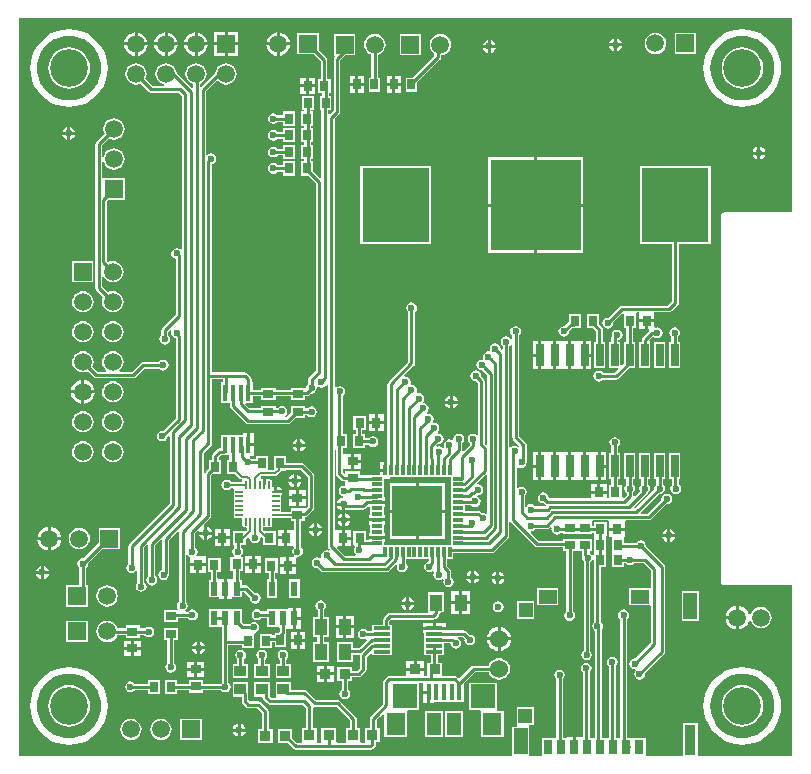
<source format=gtl>
%FSTAX23Y23*%
%MOIN*%
%SFA1B1*%

%IPPOS*%
%AMD64*
4,1,8,0.011500,0.004300,-0.011500,0.004300,-0.012600,0.003200,-0.012600,-0.003200,-0.011500,-0.004300,0.011500,-0.004300,0.012600,-0.003200,0.012600,0.003200,0.011500,0.004300,0.0*
1,1,0.002160,0.011500,0.003200*
1,1,0.002160,-0.011500,0.003200*
1,1,0.002160,-0.011500,-0.003200*
1,1,0.002160,0.011500,-0.003200*
%
%AMD65*
4,1,8,-0.004300,0.011500,-0.004300,-0.011500,-0.003200,-0.012600,0.003200,-0.012600,0.004300,-0.011500,0.004300,0.011500,0.003200,0.012600,-0.003200,0.012600,-0.004300,0.011500,0.0*
1,1,0.002160,-0.003200,0.011500*
1,1,0.002160,-0.003200,-0.011500*
1,1,0.002160,0.003200,-0.011500*
1,1,0.002160,0.003200,0.011500*
%
%ADD10C,0.010000*%
%ADD12C,0.007870*%
%ADD53R,0.035430X0.027560*%
%ADD54R,0.031500X0.035430*%
%ADD55R,0.017720X0.056100*%
%ADD56R,0.027560X0.035430*%
%ADD57R,0.299210X0.299210*%
%ADD58R,0.224410X0.250000*%
%ADD59R,0.025590X0.075790*%
%ADD60R,0.035430X0.031500*%
%ADD61R,0.165350X0.165350*%
%ADD62R,0.035430X0.011810*%
%ADD63R,0.011810X0.035430*%
G04~CAMADD=64~8~0.0~0.0~252.0~86.6~10.8~0.0~15~0.0~0.0~0.0~0.0~0~0.0~0.0~0.0~0.0~0~0.0~0.0~0.0~0.0~252.0~86.6*
%ADD64D64*%
G04~CAMADD=65~8~0.0~0.0~252.0~86.6~10.8~0.0~15~0.0~0.0~0.0~0.0~0~0.0~0.0~0.0~0.0~0~0.0~0.0~0.0~90.0~87.0~252.0*
%ADD65D65*%
%ADD66R,0.031500X0.048820*%
%ADD67R,0.037400X0.098430*%
%ADD68R,0.045280X0.086610*%
%ADD69R,0.045670X0.049210*%
%ADD70R,0.045670X0.047240*%
%ADD71R,0.059060X0.045280*%
%ADD72R,0.023620X0.049210*%
%ADD73R,0.023620X0.047240*%
%ADD74R,0.041340X0.055120*%
%ADD75R,0.037400X0.035430*%
%ADD76R,0.039370X0.037400*%
%ADD77R,0.055120X0.011810*%
%ADD78R,0.015750X0.053150*%
%ADD79R,0.082680X0.078740*%
%ADD80R,0.062990X0.074800*%
%ADD81R,0.047240X0.074800*%
%ADD82R,0.059060X0.059060*%
%ADD83C,0.059060*%
%ADD84C,0.060000*%
%ADD85R,0.059060X0.059060*%
%ADD86C,0.023620*%
%ADD87C,0.125980*%
%LNmoveh_messkette_einseitig_v2-1*%
%LPD*%
G36*
X01654Y0138D02*
Y01072D01*
X01655Y01068*
X01657Y01064*
X01678Y01044*
X01677Y01043*
X01672Y01041*
X01669Y01043*
X01662Y01044*
X01655Y01043*
X01649Y01039*
X01648Y01039*
X01644Y01041*
Y01376*
X01646Y01377*
X01649Y01381*
X01654Y0138*
G37*
G36*
X02587Y01822D02*
X02362D01*
X02357Y01821*
X02354Y01818*
X02351Y01815*
X02351Y01811*
Y0059*
X02351Y00586*
X02354Y00582*
X02357Y0058*
X02362Y00579*
X02587*
Y00011*
X02273*
Y00119*
X02224*
Y00011*
X02099*
Y00069*
X02056*
X02036*
Y00466*
X02038Y00467*
X02042Y00473*
X02043Y0048*
X02042Y00487*
X02038Y00493*
X02032Y00497*
X02025Y00498*
X02018Y00497*
X02012Y00493*
X02008Y00487*
X02007Y0048*
X02008Y00473*
X02012Y00467*
X02014Y00466*
Y00069*
X01999*
Y00308*
X02Y0031*
X02004Y00315*
X02006Y00322*
X02004Y00329*
X02Y00335*
X01995Y00339*
X01988Y0034*
X01981Y00339*
X01975Y00335*
X01971Y00329*
X0197Y00322*
X01971Y00315*
X01975Y0031*
X01977Y00308*
Y00073*
X01973Y00069*
X01969*
X01953*
Y00432*
X01955Y00436*
X01957Y00442*
X01955Y00449*
X01951Y00455*
X0195Y00456*
Y00639*
X01966*
Y00687*
Y0069*
Y00738*
X01968Y00742*
X0197*
Y00789*
X01926*
Y00776*
X0192*
Y0079*
Y00791*
X01922Y00795*
X01973*
X01977Y00793*
Y0079*
Y0077*
X02003*
X02029*
Y0079*
Y00793*
X02033Y00795*
X02109*
X02113Y00796*
X02117Y00798*
X02167Y00848*
X02169Y00848*
X02176Y00849*
X02182Y00853*
X02185Y00859*
X02187Y00866*
X02185Y00873*
X02182Y00878*
X02176Y00882*
X02169Y00884*
X02162Y00882*
X02156Y00878*
X02152Y00873*
X02151Y00866*
X02151Y00864*
X02105Y00817*
X02084*
X02082Y00822*
X02144Y00883*
X02146Y00883*
X02152Y00884*
X02158Y00888*
X02162Y00894*
X02164Y00901*
X02162Y00908*
X02158Y00914*
X02157Y00915*
Y00932*
X02164*
Y01019*
X02127*
Y00932*
X02134*
Y00915*
X02133Y00914*
X02129Y00908*
X02128Y00901*
X02128Y00899*
X02064Y00835*
X02062Y00835*
X0206Y00841*
X02105Y00885*
X02106Y00886*
X02108Y00888*
X02112Y00894*
X02114Y00901*
X02112Y00908*
X02108Y00914*
X02107Y00915*
Y00932*
X02114*
Y01019*
X02077*
Y00932*
X02084*
Y00915*
X02083Y00914*
X02079Y00908*
X02078Y00901*
X02079Y00894*
X0208Y00892*
X02063Y00875*
X02059Y00877*
X02058Y00877*
Y00888*
X02058Y00888*
X02062Y00894*
X02064Y00901*
X02062Y00908*
X02058Y00914*
X02057Y00915*
Y00932*
X02064*
Y01019*
X02027*
Y00932*
X02034*
Y00915*
X02033Y00914*
X02029Y00908*
X02028Y00901*
X02029Y00894*
X02033Y00888*
X02036Y00886*
Y00881*
X02025Y0087*
X0202Y00872*
Y00913*
X02007*
Y00932*
X02014*
Y01019*
X02007*
Y01041*
X02008Y01042*
X02012Y01048*
X02014Y01055*
X02012Y01062*
X02008Y01067*
X02002Y01071*
X01996Y01073*
X01989Y01071*
X01983Y01067*
X01979Y01062*
X01978Y01055*
X01979Y01048*
X01983Y01042*
X01984Y01041*
Y01019*
X01977*
Y00932*
X01984*
Y00913*
X01976*
Y00868*
X01969*
Y00884*
X01943*
X01917*
Y00868*
X01777*
X01775Y0087*
X01774Y00876*
X0177Y00882*
X01764Y00886*
X01757Y00888*
X0175Y00886*
X01745Y00882*
X01741Y00876*
X01739Y0087*
X01741Y00863*
X01745Y00857*
X0175Y00853*
X01757Y00852*
X01759Y00852*
X01762Y00849*
X01765Y00847*
X01764Y00842*
X01729*
X01728Y00844*
X01722Y00848*
X01715Y00849*
X01708Y00848*
X01702Y00844*
X01701Y00841*
X01696Y00843*
Y00875*
X01697Y00876*
X01701Y00882*
X01703Y00889*
X01701Y00896*
X01697Y00902*
X01691Y00906*
X01685Y00907*
X01678Y00906*
X01674Y00903*
X01669Y00906*
Y00971*
X01674Y00974*
X01678Y00971*
X01685Y0097*
X01691Y00971*
X01697Y00975*
X01701Y00981*
X01703Y00988*
X01702Y00991*
X01703Y00995*
Y01046*
X01702Y0105*
X01699Y01054*
X01676Y01077*
Y01411*
X01678Y01412*
X01682Y01418*
X01683Y01425*
X01682Y01432*
X01678Y01437*
X01672Y01441*
X01665Y01443*
X01658Y01441*
X01652Y01437*
X01648Y01432*
X01647Y01425*
X01648Y01418*
X01652Y01412*
X01654Y01411*
Y01401*
X01649Y01399*
X01646Y01403*
X0164Y01407*
X01633Y01408*
X01626Y01407*
X01621Y01403*
X01617Y01397*
X01615Y0139*
X01617Y01383*
X01621Y01377*
X01622Y01376*
Y01366*
X01617Y01364*
X01615Y01366*
X01615Y01367*
X01614Y01374*
X0161Y01379*
X01604Y01383*
X01597Y01385*
X0159Y01383*
X01584Y01379*
X0158Y01374*
X01579Y01367*
X0158Y01362*
X01576Y01358*
X01576Y01358*
X01574Y01358*
X01567Y01357*
X01562Y01353*
X01558Y01347*
X01556Y0134*
X01557Y01335*
X01555Y01331*
X01554Y0133*
X01552Y01331*
X01545Y01329*
X01539Y01325*
X01535Y01319*
X01534Y01313*
X01535Y01306*
X01539Y013*
X01545Y01296*
X01552Y01294*
X01554Y01295*
X01571Y01278*
Y01049*
X01566Y01047*
X01562Y01051*
Y01258*
X01561Y01263*
X01559Y01266*
X0155Y01275*
X0155Y01277*
X01549Y01284*
X01545Y0129*
X01539Y01294*
X01532Y01295*
X01525Y01294*
X01519Y0129*
X01515Y01284*
X01514Y01277*
X01515Y0127*
X01519Y01264*
X01525Y0126*
X01532Y01259*
X01534Y01259*
X0154Y01254*
Y01082*
X01535Y0108*
X0153Y01083*
X01523Y01084*
X01516Y01083*
X0151Y01079*
X01506Y01073*
X01505Y01066*
X01506Y01059*
X0151Y01054*
X01512Y01052*
Y01047*
X01492Y01027*
X01491Y01027*
X0149Y01027*
X01487Y01029*
Y01053*
X01489Y01054*
X01493Y0106*
X01494Y01066*
X01493Y01073*
X01489Y01079*
X01483Y01083*
X01476Y01084*
X01469Y01083*
X01463Y01079*
X01459Y01073*
X01458Y01066*
X01458Y01065*
X01454Y01062*
X01451Y01063*
X01444Y01065*
X01437Y01063*
X01432Y0106*
X01428Y01054*
X01426Y01047*
X01428Y0104*
X01428Y0104*
X01424Y01037*
X01418Y01041*
X01411Y01042*
X01404Y01041*
X01404Y01041*
X01401Y01045*
X01405Y01049*
X01407Y01048*
X01414Y0105*
X0142Y01054*
X01424Y01059*
X01425Y01066*
X01424Y01073*
X0142Y01079*
X01414Y01083*
X01407Y01084*
X01407Y01084*
X01405Y01089*
X01405Y01089*
X01409Y01095*
X0141Y01102*
X01409Y01109*
X01405Y01115*
X01399Y01119*
X01392Y0112*
X01392Y0112*
X01389Y01124*
X0139Y01126*
X01392Y01133*
X0139Y0114*
X01386Y01146*
X0138Y0115*
X01374Y01151*
X01373Y01151*
X01371Y01153*
X0137Y01156*
X01373Y01161*
X01375Y01168*
X01373Y01175*
X0137Y01181*
X01364Y01185*
X01359Y01186*
X01356Y0119*
X01356Y01191*
X01359Y01194*
X0136Y01201*
X01359Y01208*
X01355Y01214*
X01349Y01218*
X01342Y01219*
X01339Y01219*
X01339Y01219*
X01336Y01223*
X01336Y01228*
X01335Y01235*
X01331Y01241*
X01325Y01245*
X01318Y01246*
X01318Y01246*
X01315Y0125*
X01316Y01255*
X01314Y01262*
X01311Y01268*
X01305Y01272*
X01298Y01273*
X01296Y01273*
X01293Y01278*
X01326Y01311*
X01329Y01314*
X0133Y01318*
Y0149*
X01331Y01491*
X01335Y01497*
X01336Y01503*
X01335Y0151*
X01331Y01516*
X01325Y0152*
X01318Y01522*
X01311Y0152*
X01306Y01516*
X01302Y0151*
X013Y01503*
X01302Y01497*
X01306Y01491*
X01307Y0149*
Y01323*
X01242Y01257*
X01239Y01254*
X01238Y0125*
Y0099*
X01235*
Y00962*
X0123*
Y00957*
X01214*
Y00946*
X01179*
Y00945*
X01145*
Y00958*
X01098*
Y00953*
X01093Y00951*
X01089Y00955*
Y00965*
X01094Y00966*
X01094*
X01117*
Y00992*
Y01017*
X01094*
X01094*
X01089Y01019*
Y01037*
X01104*
Y01084*
X01089*
Y0121*
X01092Y01212*
X01096Y01218*
X01097Y01225*
X01096Y01231*
X01092Y01237*
X01086Y01241*
X01079Y01243*
X01072Y01241*
X01067Y01238*
X01065Y01238*
X01062Y01239*
Y01452*
Y01452*
Y02133*
X01078Y02149*
X01081Y02153*
X01081Y02157*
Y0233*
X01098Y02346*
X01131*
Y02417*
X0106*
Y02346*
X01062Y02341*
X0106Y02338*
X01059Y02334*
Y02162*
X01045Y02148*
X0104Y0215*
Y02163*
X01051*
Y0221*
X01043*
Y0222*
X01049*
Y02267*
X01038*
Y02329*
X01037Y02334*
X01035Y02337*
X01009Y02363*
Y02418*
X00938*
Y02348*
X00993*
X01016Y02325*
Y02267*
X01005*
Y0222*
X0102*
Y0221*
X01012*
Y02163*
X01018*
Y01938*
X01014Y01936*
X0099Y0196*
Y01992*
X00984*
Y02*
X0099*
Y02047*
X00984*
Y02055*
X0099*
Y02102*
X00984*
Y02111*
X00989*
Y02158*
X00984*
Y02163*
X00992*
Y0221*
X00953*
Y02163*
X00961*
Y02158*
X00949*
Y02111*
X00961*
Y02102*
X0095*
Y02055*
X00961*
Y02047*
X0095*
Y02*
X00961*
Y01992*
X0095*
Y01944*
X00974*
X01Y01918*
Y01295*
X00977Y01272*
X00974Y01269*
X00974Y01264*
Y01249*
X00972Y01248*
X00968Y01242*
X00967Y01237*
X00963Y01235*
X00916*
Y01231*
X00868*
X00866Y01231*
X00865Y01232*
Y01236*
X00817*
Y01231*
X00789*
Y01255*
X00785*
Y01266*
X00784Y0127*
X00782Y01274*
X00771Y01285*
X00768Y01287*
X00763Y01288*
X00652*
Y01982*
X00656Y01983*
X00662Y01987*
X00666Y01993*
X00667Y02*
X00666Y02006*
X00662Y02012*
X00656Y02016*
X00649Y02018*
X00642Y02016*
X00638Y02013*
X00633Y02015*
Y02223*
X00668Y02259*
X00673Y02259*
X00674Y02258*
X00682Y02252*
X0069Y02248*
X007Y02247*
X00709Y02248*
X00717Y02252*
X00725Y02258*
X0073Y02265*
X00734Y02274*
X00735Y02283*
X00734Y02292*
X0073Y02301*
X00725Y02308*
X00717Y02314*
X00709Y02317*
X007Y02319*
X0069Y02317*
X00682Y02314*
X00674Y02308*
X00669Y02301*
X00665Y02292*
X00664Y02285*
X00661Y02283*
X00618Y0224*
X00613Y02242*
Y0225*
X00617Y02252*
X00625Y02258*
X0063Y02265*
X00634Y02274*
X00635Y02283*
X00634Y02292*
X0063Y02301*
X00625Y02308*
X00617Y02314*
X00609Y02317*
X006Y02319*
X0059Y02317*
X00582Y02314*
X00574Y02308*
X00569Y02301*
X00565Y02292*
X00564Y02283*
X00565Y02274*
X00569Y02265*
X00574Y02258*
X00582Y02252*
X0059Y02248*
X00591Y02248*
Y02238*
X00586Y02236*
X00535Y02287*
X00534Y02292*
X0053Y02301*
X00525Y02308*
X00517Y02314*
X00509Y02317*
X005Y02319*
X0049Y02317*
X00482Y02314*
X00474Y02308*
X00469Y02301*
X00465Y02292*
X00464Y02283*
X00465Y02274*
X00469Y02265*
X00474Y02258*
X00482Y02252*
X0049Y02248*
X00494Y02248*
X00494Y02243*
X00455*
X00431Y02267*
X00434Y02274*
X00435Y02283*
X00434Y02292*
X0043Y02301*
X00425Y02308*
X00417Y02314*
X00409Y02317*
X004Y02319*
X0039Y02317*
X00382Y02314*
X00374Y02308*
X00369Y02301*
X00365Y02292*
X00364Y02283*
X00365Y02274*
X00369Y02265*
X00374Y02258*
X00382Y02252*
X0039Y02248*
X004Y02247*
X00409Y02248*
X00416Y02251*
X00443Y02224*
X00446Y02222*
X00451Y02221*
X00542*
X00552Y02211*
Y017*
X00547Y01698*
X00542Y01701*
X00535Y01703*
X00528Y01701*
X00522Y01697*
X00518Y01691*
X00517Y01685*
X00518Y01678*
X00522Y01672*
X00528Y01668*
X00532Y01667*
Y0148*
X00488Y01437*
X00485Y01433*
X00484Y01429*
Y01413*
X00483Y01412*
X00479Y01406*
X00478Y01399*
X00479Y01392*
X00483Y01386*
X00489Y01382*
X00496Y01381*
X00503Y01382*
X00508Y01386*
X00512Y01392*
X00514Y01399*
X00512Y01406*
X00508Y01412*
X00507Y01413*
Y01424*
X00516Y01433*
X0052Y0143*
X00518Y01428*
X00517Y01421*
X00518Y01414*
X00522Y01408*
X00528Y01404*
X00532Y01403*
Y01136*
X0049Y01094*
X00488Y01094*
X00481Y01093*
X00475Y01089*
X00471Y01083*
X0047Y01076*
X00471Y01069*
X00475Y01063*
X00481Y01059*
X00488Y01058*
X00495Y01059*
X005Y01063*
X00504Y01069*
X00506Y01075*
X00507Y01077*
X00507*
X00512Y01074*
Y00851*
X00377Y00716*
X00375Y00712*
X00374Y00708*
Y00651*
X00373Y0065*
X00369Y00644*
X00367Y00637*
X00369Y0063*
X00373Y00625*
X00378Y00621*
X00385Y00619*
X00392Y00621*
X00398Y00625*
X00399Y00626*
X00404Y00625*
Y00587*
X00404Y00587*
X004Y00581*
X00399Y00574*
X004Y00567*
X00404Y00562*
X0041Y00558*
X00417Y00556*
X00424Y00558*
X0043Y00562*
X00434Y00567*
X00435Y00574*
X00434Y00581*
X0043Y00587*
X00426Y00589*
Y00706*
X00436Y00716*
X00441Y00714*
Y00609*
X00439Y00608*
X00436Y00602*
X00434Y00595*
X00436Y00588*
X00439Y00583*
X00445Y00579*
X00452Y00577*
X00459Y00579*
X00465Y00583*
X00469Y00588*
X0047Y00595*
X00469Y00602*
X00465Y00608*
X00463Y00609*
Y00712*
X00483Y00731*
X00488Y00729*
Y00631*
X00485Y0063*
X00479Y00626*
X00475Y00621*
X00474Y00614*
X00475Y00607*
X00479Y00601*
X00485Y00597*
X00492Y00596*
X00499Y00597*
X00504Y00601*
X00508Y00607*
X0051Y00614*
X00509Y00615*
X0051Y00618*
Y00729*
X00539Y00758*
X00541Y00757*
X00544Y00756*
Y00525*
X00542Y00524*
X00538Y00518*
X00537Y00511*
X00538Y00504*
X0054Y00501*
X00538Y00496*
X00494*
Y00456*
X00541*
Y00469*
X00574*
X00575Y00467*
X00581Y00463*
X00588Y00462*
X00595Y00463*
X00601Y00467*
X00605Y00473*
X00606Y0048*
X00605Y00487*
X00601Y00493*
X00595Y00497*
X00588Y00498*
X00581Y00497*
X00575Y00493*
X00574Y00491*
X00565*
X00564Y00496*
X00567Y00499*
X00571Y00504*
X00573Y00511*
X00571Y00518*
X00567Y00524*
X00566Y00525*
Y0068*
X00567Y0068*
X00573Y00679*
X00574Y00678*
X0058Y00674*
Y00652*
X00606*
X00632*
Y00675*
X00604*
X00601Y0068*
X00604Y00684*
X00605Y0069*
X00604Y00697*
X006Y00703*
X00598Y00704*
Y00752*
X00607Y0076*
X00611Y00758*
X00611Y00757*
X00627*
Y00774*
X00627Y00774*
X00625Y00778*
X00648Y00802*
X00651Y00805*
X00651Y0081*
Y00945*
X00656Y00949*
X00683*
Y00997*
X00675*
Y01005*
X00683Y01013*
X00693*
Y01013*
X00695Y01013*
X00711*
Y00997*
X00702*
Y00949*
X00731*
X00746Y00934*
X0075Y00932*
X00752Y00932*
X00754Y00927*
X00751Y00923*
X00717*
X00715Y00926*
X00709Y0093*
X00702Y00931*
X00695Y0093*
X00689Y00926*
X00686Y0092*
X00684Y00913*
X00686Y00906*
X00689Y009*
X00695Y00896*
X00702Y00895*
X00709Y00896*
X00715Y009*
X00717Y00903*
X00723*
X00725Y00898*
X00725Y00897*
X00725Y00895*
Y00888*
X00725Y00885*
X00726Y00884*
X00725Y00882*
X00725Y00879*
Y00872*
X00725Y0087*
X00726Y00868*
X00725Y00866*
X00725Y00863*
Y00857*
X00725Y00854*
X00726Y00852*
X00725Y0085*
X00725Y00847*
Y00841*
X00725Y00838*
X00726Y00836*
X00725Y00834*
X00725Y00832*
Y00825*
X00725Y00822*
X00726Y00821*
X00725Y00819*
X00725Y00816*
Y00809*
X00725Y00807*
X00727Y00804*
X00729Y00803*
X00732Y00802*
X00754*
Y0078*
X00755Y00777*
X00756Y00775*
X00759Y00773*
X00761Y00773*
X00768*
X00771Y00768*
Y00765*
X0077Y00763*
X00765Y00761*
X00722*
Y00714*
X00728*
Y00705*
X00726Y00704*
X00722Y00698*
X00721Y00691*
X00722Y00684*
X00726Y00678*
X00728Y00677*
X00727Y00672*
X00713*
Y00625*
X00724*
Y00602*
X00719Y00601*
X00702*
Y00567*
Y00534*
X00719*
Y00538*
X00752*
Y00556*
X00761*
X0078Y00537*
X0078Y00535*
X00781Y00528*
X00785Y00522*
X00791Y00518*
X00798Y00517*
X00805Y00518*
X00811Y00522*
X00814Y00528*
X00816Y00535*
X00814Y00542*
X00811Y00548*
X00805Y00552*
X00798Y00553*
X00796Y00553*
X00773Y00575*
X00769Y00578*
X00765Y00579*
X00752*
Y00597*
X00746*
Y00625*
X00756*
Y00672*
X0075*
X00749Y00677*
X00751Y00678*
X00755Y00684*
X00757Y00691*
X00755Y00698*
X00751Y00704*
X0075Y00705*
Y00714*
X00765*
Y0073*
X00765Y0073*
X00773Y00738*
X00778Y00736*
X00779Y00729*
X00783Y00723*
X00789Y00719*
X00796Y00718*
X00803Y00719*
X00809Y00723*
X00813Y00729*
X00814Y00736*
X00814Y00736*
X00819Y00739*
X00822Y00735*
Y00713*
X00866*
Y0076*
X00826*
X00823Y00763*
Y00771*
X00824Y00773*
X00831*
X00834Y00773*
X00835Y00774*
X00837Y00773*
X0084Y00773*
X00847*
X00849Y00773*
X00852Y00775*
X00853Y00777*
X00854Y0078*
Y00802*
X00876*
X00878Y00803*
X00915*
Y00793*
X00927*
Y00768*
X00925Y00764*
X00922*
X00904*
Y00737*
Y00709*
X00924*
X00926Y00705*
X00926Y00704*
X00922Y00698*
X0092Y00691*
X00922Y00685*
X00926Y00679*
X00928Y00677*
X00927Y00672*
X00911*
Y00649*
X00932*
Y0067*
X00936Y00674*
X00938Y00673*
X00945Y00675*
X00951Y00679*
X00955Y00685*
X00957Y00691*
X00955Y00698*
X00951Y00704*
X0095Y00705*
Y00793*
X00962*
Y008*
X00963Y00805*
X00967Y00806*
X00971Y00808*
X00991Y00828*
X00993Y00832*
X00994Y00836*
Y00945*
X00993Y00949*
X00991Y00953*
X0096Y00983*
X00956Y00986*
X00952Y00987*
X00899*
Y01008*
X00859*
Y00963*
X00859Y00962*
X00839*
Y01008*
X008*
Y00999*
X00785*
X00784Y01*
X00779Y01004*
X00779Y01005*
X00781Y01009*
X00793*
Y01042*
X00774*
Y01047*
X00769*
Y01085*
X00755*
Y01081*
X00683*
Y01038*
X00679Y01035*
X00674Y01034*
X00671Y01032*
X00656Y01017*
X00654Y01014*
X00653Y0101*
Y00997*
X00643*
Y00968*
X00632Y00957*
X0063Y00954*
X0063Y00953*
X00625Y00953*
Y01019*
X00649Y01044*
X00652Y01047*
X00652Y01052*
Y01266*
X00689*
Y01255*
X00683*
Y01187*
X00712*
Y01177*
X00713Y01172*
X00715Y01169*
X00765Y01119*
X00769Y01116*
X00773Y01115*
X00905*
X0091Y01116*
X00913Y01119*
X00932Y01137*
X00963*
Y01145*
X00971*
X00972Y01144*
X00978Y0114*
X00985Y01139*
X00992Y0114*
X00998Y01144*
X01001Y0115*
X01003Y01157*
X01001Y01163*
X00998Y01169*
X00992Y01173*
X00985Y01175*
X00978Y01173*
X00972Y01169*
X00971Y01168*
X00963*
Y01176*
X00916*
Y01153*
X00901Y01138*
X00898Y01139*
X00897Y01144*
X00899Y01145*
X00903Y01151*
X00904Y01158*
X00903Y01165*
X00899Y01171*
X00893Y01175*
X00886Y01176*
X00879Y01175*
X00874Y01171*
X00872Y01169*
X00865*
Y01177*
X00817*
Y01169*
X00778*
X00764Y01182*
X00766Y01187*
X00789*
Y01208*
X00817*
Y01196*
X00865*
Y01204*
X00865Y01208*
X00916*
Y01196*
X00963*
Y01208*
X0097*
X00974Y01209*
X00977Y01212*
X00983Y01217*
X00985Y01217*
X00992Y01218*
X00998Y01222*
X01001Y01228*
X01003Y01235*
X01002Y01239*
X01003Y0124*
X01006Y01242*
X01011Y01239*
X01018Y01237*
X01025Y01239*
X01031Y01243*
X01032Y01244*
X01039Y01245*
X0104Y01245*
Y00708*
X0104Y00704*
X01043Y007*
X01045Y00698*
X01042Y00694*
X01035Y00696*
X01028Y00694*
X01022Y0069*
X01018Y00684*
X01017Y00678*
X01018Y00672*
X01016Y00669*
X01014Y00668*
X0101Y00671*
X01003Y00672*
X00997Y00671*
X00991Y00667*
X00987Y00661*
X00985Y00654*
X00987Y00647*
X00991Y00641*
X00997Y00637*
X01003Y00636*
X01005Y00636*
X01016Y00626*
X0102Y00623*
X01024Y00622*
X01236*
X0124Y00623*
X01244Y00626*
X01265Y00647*
X0127Y00645*
X01269Y0064*
X0127Y00633*
X01274Y00627*
X0128Y00624*
X01287Y00622*
X01294Y00624*
X013Y00627*
X01304Y00633*
X01305Y0064*
X01304Y00647*
X013Y00653*
Y00667*
X01376*
Y00659*
X01376Y00658*
X01371Y00657*
X01365Y00653*
X01361Y00647*
X01359Y00641*
X01361Y00634*
X01365Y00628*
X01371Y00624*
X01377Y00622*
X01384Y00624*
X01388Y00626*
X01394Y00624*
X01394Y00624*
X01394Y00622*
X01392Y0062*
X01391Y00613*
X01392Y00606*
X01396Y006*
X01402Y00596*
X01409Y00595*
X01416Y00596*
X0142Y00599*
X01421Y00599*
X01425Y00596*
X01423Y0059*
X01425Y00583*
X01429Y00577*
X01435Y00573*
X01441Y00572*
X01448Y00573*
X01454Y00577*
X01458Y00583*
X01459Y0059*
X01458Y00597*
X01454Y00603*
X01451Y00605*
Y00626*
X0145Y00631*
X01448Y00634*
X01438Y00644*
Y00667*
X01458*
Y00685*
X01586*
X0159Y00686*
X01594Y00688*
X01641Y00736*
X01644Y00739*
X01644Y00744*
Y00788*
X01649Y00789*
X0165Y00789*
X0173Y00708*
X01734Y00706*
X01738Y00705*
X01822*
Y00692*
X01834*
Y00492*
X01833Y00491*
X01829Y00485*
X01828Y00478*
X01829Y00471*
X01833Y00465*
X01839Y00461*
X01846Y0046*
X01852Y00461*
X01858Y00465*
X01862Y00471*
X01864Y00478*
X01862Y00485*
X01858Y00491*
X01857Y00492*
Y00692*
X01868*
X01873*
X01874*
X01886*
Y00679*
X01886Y00677*
X01886Y00675*
X01886Y00675*
X01886Y00674*
X01887Y00673*
X01887Y00671*
X01888Y00664*
X01892Y00658*
X01892Y00658*
Y00361*
X01889Y00359*
X01885Y00353*
X01884Y00346*
X01885Y00339*
X01889Y00333*
X01895Y00329*
X01902Y00328*
X01909Y00329*
X01914Y00333*
X01918Y00339*
X0192Y00346*
X01918Y00353*
X01914Y00359*
X01914Y00359*
Y00656*
X01917Y00658*
X01921Y00664*
X01926Y00663*
Y00639*
X01927*
Y00456*
X01926Y00455*
X01922Y00449*
X0192Y00442*
X01922Y00436*
X01926Y0043*
X0193Y00427*
Y0007*
X01926Y00069*
X01912*
Y00288*
X01914Y00289*
X01918Y00295*
X01919Y00302*
X01918Y00309*
X01914Y00314*
X01908Y00318*
X01901Y0032*
X01894Y00318*
X01888Y00314*
X01884Y00309*
X01883Y00302*
X01884Y00295*
X01888Y00289*
X0189Y00288*
Y00077*
X01886Y00073*
X01866*
Y00039*
X01856*
Y00073*
X01835*
Y00069*
X01823*
Y00266*
X01824Y00267*
X01828Y00273*
X0183Y0028*
X01828Y00287*
X01824Y00293*
X01818Y00297*
X01812Y00298*
X01805Y00297*
X01799Y00293*
X01795Y00287*
X01793Y0028*
X01795Y00273*
X01799Y00267*
X018Y00266*
Y0007*
X01796Y00069*
X01752*
Y00011*
X0171*
Y00107*
Y00107*
X01711Y00112*
X01726*
Y00173*
X01669*
Y00112*
Y00112*
X01669Y00107*
X01653*
Y00011*
X00011*
Y02469*
X02587*
Y01822*
G37*
G36*
X01571Y00946D02*
Y00819D01*
X01566Y00817*
X01562Y00819*
X01555Y00821*
X01553Y0082*
X01549Y00824*
X01545Y00827*
X01541Y00827*
X01498*
Y00845*
X01518*
X01518Y00845*
X01524Y00841*
X01531Y0084*
X01538Y00841*
X01544Y00845*
X01548Y00851*
X01549Y00858*
X01548Y00865*
X01544Y00871*
X01538Y00874*
X01539Y00879*
X01546Y0088*
X01552Y00884*
X01556Y0089*
X01557Y00897*
X01556Y00904*
X01552Y0091*
X01546Y00914*
X0154Y00915*
X01538Y00918*
X01538Y0092*
X01566Y00948*
X01571Y00946*
G37*
G36*
X00972Y0094D02*
Y00841D01*
X00966Y00835*
X00962Y00836*
X00915*
Y00823*
X00885*
X00883Y00825*
Y00832*
X00883Y00834*
X00882Y00836*
X00883Y00838*
X00883Y00841*
Y00847*
X00883Y0085*
X00882Y00852*
X00883Y00854*
X00883Y00857*
Y00863*
X00883Y00866*
X00882Y00868*
X00883Y0087*
X00883Y00872*
Y00879*
X00883Y0088*
X00884Y0088*
X00887Y00884*
X00887Y00886*
X00865*
Y00891*
X0086*
Y00906*
X00854*
Y00924*
X00853Y00927*
X00852Y00929*
X00849Y00931*
X00847Y00932*
X0084*
X0084Y00931*
X00839Y00932*
X00835Y00935*
X00833Y00935*
Y00913*
X00823*
Y00935*
X0082Y00935*
X00819Y00934*
X00817Y00934*
X00815Y0094*
X00818Y00942*
X00863*
X00867Y00943*
X0087Y00945*
X00882Y00957*
X00884Y0096*
X00884Y00961*
X00899*
Y00964*
X00948*
X00972Y0094*
G37*
G36*
X01785Y0077D02*
X01784Y00765D01*
X01786Y00758*
X01789Y00752*
X01795Y00749*
X01802Y00747*
X01809Y00749*
X01815Y00752*
X01816Y00754*
X01822*
Y00751*
X01869*
X01873*
X0192*
Y00754*
X01926*
Y00742*
Y00738*
Y0069*
Y00687*
Y00678*
X01921Y00678*
X01917Y00684*
X01912Y00687*
X01912Y00692*
X0192*
Y00732*
X01874*
X01869*
X01868*
X01822*
Y00727*
X01743*
X01716Y00754*
X01718Y0076*
X01722Y0076*
X01728Y00764*
X01729Y00766*
X01769*
X01773Y00767*
X01777Y00769*
X01781Y00773*
X01785Y0077*
G37*
G36*
X01067Y01031D02*
Y0095D01*
X01068Y00946*
X0107Y00942*
X01084Y00929*
Y00929*
X01088Y00926*
X01092Y00925*
X01098*
Y00915*
X01096Y00911*
X01093Y00911*
X01086Y0091*
X0108Y00906*
X01076Y009*
X01075Y00893*
X01076Y00886*
X0108Y0088*
X01086Y00877*
X0109Y00876*
X0109Y00871*
X01084Y00869*
X01076Y00865*
X01071Y00857*
X01071Y00854*
X01092*
Y00849*
X01097*
Y00828*
X01101Y00828*
X01104Y00831*
X01156*
X0116Y00832*
X01164Y00834*
X0117Y0084*
X01175Y0084*
X01179Y00838*
Y00812*
X01175*
Y00802*
X01202*
X0123*
Y00812*
X01226*
Y00824*
Y0084*
X0123*
Y00851*
X01202*
Y00861*
X0123*
Y00872*
X01226*
Y00883*
Y00903*
Y00923*
Y00934*
X01246*
Y00938*
X0145*
Y00923*
Y00903*
Y00883*
Y00863*
Y00844*
Y00824*
Y00804*
Y00785*
Y00765*
Y00745*
Y00726*
Y00714*
X01226*
Y00722*
X0123*
Y00732*
X01202*
X01175*
Y00729*
X01167*
Y00759*
X01124*
Y00712*
X01127*
X01129Y00707*
X01127Y00703*
X01125Y00696*
X01127Y00689*
X0113Y00684*
X01133Y00682*
X01131Y00677*
X01098*
X01071Y00703*
X01073Y00708*
X01085*
Y00736*
Y00763*
X01064*
X01062Y00767*
Y01028*
X01067Y01031*
X01067Y01031*
G37*
%LNmoveh_messkette_einseitig_v2-2*%
%LPC*%
G36*
X00879Y02422D02*
Y02388D01*
X00913*
X00912Y02393*
X00908Y02403*
X00902Y02411*
X00893Y02417*
X00884Y02421*
X00879Y02422*
G37*
G36*
X00739Y02422D02*
X00705D01*
Y02388*
X00739*
Y02422*
G37*
G36*
X00505Y02422D02*
Y02388D01*
X00539*
X00538Y02393*
X00534Y02403*
X00528Y02411*
X00519Y02417*
X0051Y02421*
X00505Y02422*
G37*
G36*
X00405D02*
Y02388D01*
X00439*
X00438Y02393*
X00434Y02403*
X00428Y02411*
X00419Y02417*
X0041Y02421*
X00405Y02422*
G37*
G36*
X00605D02*
Y02388D01*
X00639*
X00638Y02393*
X00634Y02403*
X00628Y02411*
X00619Y02417*
X0061Y02421*
X00605Y02422*
G37*
G36*
X00395D02*
X00389Y02421D01*
X0038Y02417*
X00371Y02411*
X00365Y02403*
X00361Y02393*
X0036Y02388*
X00395*
Y02422*
G37*
G36*
X00595D02*
X00589Y02421D01*
X0058Y02417*
X00571Y02411*
X00565Y02403*
X00561Y02393*
X0056Y02388*
X00595*
Y02422*
G37*
G36*
X00495D02*
X00489Y02421D01*
X0048Y02417*
X00471Y02411*
X00465Y02403*
X00461Y02393*
X0046Y02388*
X00495*
Y02422*
G37*
G36*
X00869D02*
X00863Y02421D01*
X00854Y02417*
X00845Y02411*
X00839Y02403*
X00835Y02393*
X00834Y02388*
X00869*
Y02422*
G37*
G36*
X00695Y02422D02*
X0066D01*
Y02388*
X00695*
Y02422*
G37*
G36*
X02004Y02402D02*
Y02386D01*
X0202*
X02019Y02389*
X02014Y02396*
X02007Y02401*
X02004Y02402*
G37*
G36*
X01994D02*
X0199Y02401D01*
X01983Y02396*
X01978Y02389*
X01977Y02386*
X01994*
Y02402*
G37*
G36*
X01582Y02396D02*
Y0238D01*
X01599*
X01598Y02383*
X01593Y0239*
X01586Y02395*
X01582Y02396*
G37*
G36*
X01572D02*
X01569Y02395D01*
X01562Y0239*
X01557Y02383*
X01556Y0238*
X01572*
Y02396*
G37*
G36*
X0202Y02376D02*
X02004D01*
Y02359*
X02007Y0236*
X02014Y02365*
X02019Y02372*
X0202Y02376*
G37*
G36*
X01994D02*
X01977D01*
X01978Y02372*
X01983Y02365*
X0199Y0236*
X01994Y02359*
Y02376*
G37*
G36*
X01599Y0237D02*
X01582D01*
Y02353*
X01586Y02354*
X01593Y02359*
X01598Y02366*
X01599Y0237*
G37*
G36*
X01572D02*
X01556D01*
X01557Y02366*
X01562Y02359*
X01569Y02354*
X01572Y02353*
Y0237*
G37*
G36*
X02266Y02421D02*
X02195D01*
Y0235*
X02266*
Y02421*
G37*
G36*
X02131Y02421D02*
X02122Y0242D01*
X02113Y02416*
X02106Y02411*
X021Y02403*
X02096Y02395*
X02095Y02385*
X02096Y02376*
X021Y02367*
X02106Y0236*
X02113Y02354*
X02122Y02351*
X02131Y0235*
X0214Y02351*
X02149Y02354*
X02156Y0236*
X02162Y02367*
X02165Y02376*
X02167Y02385*
X02165Y02395*
X02162Y02403*
X02156Y02411*
X02149Y02416*
X0214Y0242*
X02131Y02421*
G37*
G36*
X0135Y02417D02*
X01279D01*
Y02346*
X0135*
Y02417*
G37*
G36*
X00595Y02378D02*
X0056D01*
X00561Y02373*
X00565Y02363*
X00571Y02355*
X0058Y02348*
X00589Y02344*
X00595Y02344*
Y02378*
G37*
G36*
X00495D02*
X0046D01*
X00461Y02373*
X00465Y02363*
X00471Y02355*
X0048Y02348*
X00489Y02344*
X00495Y02344*
Y02378*
G37*
G36*
X00395D02*
X0036D01*
X00361Y02373*
X00365Y02363*
X00371Y02355*
X0038Y02348*
X00389Y02344*
X00395Y02344*
Y02378*
G37*
G36*
X00913D02*
X00879D01*
Y02344*
X00884Y02344*
X00893Y02348*
X00902Y02355*
X00908Y02363*
X00912Y02373*
X00913Y02378*
G37*
G36*
X00869D02*
X00834D01*
X00835Y02373*
X00839Y02363*
X00845Y02355*
X00854Y02348*
X00863Y02344*
X00869Y02344*
Y02378*
G37*
G36*
X00639D02*
X00605D01*
Y02344*
X0061Y02344*
X00619Y02348*
X00628Y02355*
X00634Y02363*
X00638Y02373*
X00639Y02378*
G37*
G36*
X00539D02*
X00505D01*
Y02344*
X0051Y02344*
X00519Y02348*
X00528Y02355*
X00534Y02363*
X00538Y02373*
X00539Y02378*
G37*
G36*
X00439D02*
X00405D01*
Y02344*
X0041Y02344*
X00419Y02348*
X00428Y02355*
X00434Y02363*
X00438Y02373*
X00439Y02378*
G37*
G36*
X00739D02*
X00705D01*
Y02343*
X00739*
Y02378*
G37*
G36*
X00695D02*
X0066D01*
Y02343*
X00695*
Y02378*
G37*
G36*
X01283Y02275D02*
X01264D01*
Y02253*
X01283*
Y02275*
G37*
G36*
X01159D02*
X0114D01*
Y02253*
X01159*
Y02275*
G37*
G36*
X01254D02*
X01236D01*
Y02253*
X01254*
Y02275*
G37*
G36*
X0113D02*
X01112D01*
Y02253*
X0113*
Y02275*
G37*
G36*
X00998Y02271D02*
X00977D01*
Y02249*
X00998*
Y02271*
G37*
G36*
X00967D02*
X00946D01*
Y02249*
X00967*
Y02271*
G37*
G36*
X01414Y02417D02*
X01405Y02416D01*
X01397Y02412*
X01389Y02407*
X01384Y02399*
X0138Y02391*
X01379Y02381*
X0138Y02372*
X01384Y02364*
X01389Y02356*
X01394Y02352*
Y02343*
X01322Y02271*
X01299*
Y02224*
X01338*
Y02255*
X01413Y0233*
X01415Y02334*
X01416Y02338*
Y02346*
X01424Y02347*
X01432Y0235*
X0144Y02356*
X01445Y02364*
X01449Y02372*
X0145Y02381*
X01449Y02391*
X01445Y02399*
X0144Y02407*
X01432Y02412*
X01424Y02416*
X01414Y02417*
G37*
G36*
X01196D02*
X01187Y02416D01*
X01178Y02412*
X01171Y02407*
X01165Y02399*
X01161Y02391*
X0116Y02381*
X01161Y02372*
X01165Y02364*
X01171Y02356*
X01178Y0235*
X01184Y02348*
Y02271*
X01175*
Y02224*
X01214*
Y02271*
X01206*
Y02347*
X01214Y0235*
X01221Y02356*
X01227Y02364*
X0123Y02372*
X01232Y02381*
X0123Y02391*
X01227Y02399*
X01221Y02407*
X01214Y02412*
X01205Y02416*
X01196Y02417*
G37*
G36*
X01283Y02243D02*
X01264D01*
Y0222*
X01283*
Y02243*
G37*
G36*
X01254D02*
X01236D01*
Y0222*
X01254*
Y02243*
G37*
G36*
X01159D02*
X0114D01*
Y0222*
X01159*
Y02243*
G37*
G36*
X0113D02*
X01112D01*
Y0222*
X0113*
Y02243*
G37*
G36*
X00998Y02239D02*
X00977D01*
Y02216*
X00998*
Y02239*
G37*
G36*
X00967D02*
X00946D01*
Y02216*
X00967*
Y02239*
G37*
G36*
X02421Y02432D02*
X02401Y0243D01*
X02381Y02426*
X02362Y02418*
X02345Y02407*
X02329Y02394*
X02316Y02379*
X02305Y02361*
X02298Y02343*
X02293Y02323*
X02291Y02303*
X02293Y02282*
X02298Y02263*
X02305Y02244*
X02316Y02227*
X02329Y02211*
X02345Y02198*
X02362Y02187*
X02381Y0218*
X02401Y02175*
X02421Y02173*
X02441Y02175*
X02461Y0218*
X0248Y02187*
X02497Y02198*
X02512Y02211*
X02525Y02227*
X02536Y02244*
X02544Y02263*
X02549Y02282*
X0255Y02303*
X02549Y02323*
X02544Y02343*
X02536Y02361*
X02525Y02379*
X02512Y02394*
X02497Y02407*
X0248Y02418*
X02461Y02426*
X02441Y0243*
X02421Y02432*
G37*
G36*
X00177D02*
X00156Y0243D01*
X00137Y02426*
X00118Y02418*
X00101Y02407*
X00085Y02394*
X00072Y02379*
X00061Y02361*
X00054Y02343*
X00049Y02323*
X00047Y02303*
X00049Y02282*
X00054Y02263*
X00061Y02244*
X00072Y02227*
X00085Y02211*
X00101Y02198*
X00118Y02187*
X00137Y0218*
X00156Y02175*
X00177Y02173*
X00197Y02175*
X00217Y0218*
X00235Y02187*
X00253Y02198*
X00268Y02211*
X00281Y02227*
X00292Y02244*
X003Y02263*
X00304Y02282*
X00306Y02303*
X00304Y02323*
X003Y02343*
X00292Y02361*
X00281Y02379*
X00268Y02394*
X00253Y02407*
X00235Y02418*
X00217Y02426*
X00197Y0243*
X00177Y02432*
G37*
G36*
X0093Y02158D02*
X0089D01*
Y02145*
X00872*
X00871Y02147*
X00865Y02151*
X00858Y02152*
X00851Y02151*
X00845Y02147*
X00841Y02141*
X0084Y02134*
X00841Y02127*
X00845Y02122*
X00851Y02118*
X00858Y02116*
X00865Y02118*
X00871Y02122*
X00872Y02123*
X0089*
Y02111*
X0093*
Y02158*
G37*
G36*
X00181Y02106D02*
Y0209D01*
X00197*
X00196Y02094*
X00191Y02101*
X00184Y02106*
X00181Y02106*
G37*
G36*
X00171D02*
X00167Y02106D01*
X0016Y02101*
X00155Y02094*
X00154Y0209*
X00171*
Y02106*
G37*
G36*
X00931Y02102D02*
X00891D01*
Y02089*
X00872*
X00871Y02091*
X00865Y02095*
X00858Y02096*
X00851Y02095*
X00845Y02091*
X00841Y02085*
X0084Y02078*
X00841Y02071*
X00845Y02065*
X00851Y02062*
X00858Y0206*
X00865Y02062*
X00871Y02065*
X00872Y02067*
X00891*
Y02055*
X00931*
Y02102*
G37*
G36*
X00197Y0208D02*
X00181D01*
Y02064*
X00184Y02065*
X00191Y02069*
X00196Y02077*
X00197Y0208*
G37*
G36*
X00171D02*
X00154D01*
X00155Y02077*
X0016Y02069*
X00167Y02065*
X00171Y02064*
Y0208*
G37*
G36*
X00326Y02135D02*
X00317Y02134D01*
X00308Y0213*
X00301Y02125*
X00295Y02117*
X00292Y02109*
X00291Y021*
X00292Y0209*
X00295Y02084*
X00267Y02056*
X00265Y02053*
X00264Y02048*
Y01571*
X00265Y01567*
X00267Y01563*
X00291Y01539*
X00288Y01533*
X00287Y01523*
X00288Y01514*
X00292Y01506*
X00298Y01498*
X00305Y01493*
X00314Y01489*
X00323Y01488*
X00332Y01489*
X00341Y01493*
X00348Y01498*
X00354Y01506*
X00357Y01514*
X00359Y01523*
X00357Y01533*
X00354Y01541*
X00348Y01549*
X00341Y01554*
X00332Y01558*
X00323Y01559*
X00314Y01558*
X00307Y01555*
X00286Y01576*
Y01606*
X00291Y01607*
X00292Y01606*
X00298Y01598*
X00305Y01593*
X00314Y01589*
X00323Y01588*
X00332Y01589*
X00341Y01593*
X00348Y01598*
X00354Y01606*
X00357Y01614*
X00359Y01623*
X00357Y01633*
X00354Y01641*
X00348Y01649*
X00341Y01654*
X00332Y01658*
X00323Y01659*
X00314Y01658*
X00307Y01655*
X00302Y0166*
Y0186*
X00307Y01864*
X00362*
Y01935*
X00291*
X00286Y01936*
Y01994*
X00291Y01994*
X00292Y0199*
X00295Y01982*
X00301Y01974*
X00308Y01969*
X00317Y01965*
X00326Y01964*
X00336Y01965*
X00344Y01969*
X00352Y01974*
X00357Y01982*
X00361Y0199*
X00362Y02*
X00361Y02009*
X00357Y02017*
X00352Y02025*
X00344Y0203*
X00336Y02034*
X00326Y02035*
X00317Y02034*
X00308Y0203*
X00301Y02025*
X00295Y02017*
X00292Y02009*
X00291Y02005*
X00286Y02005*
Y02044*
X0031Y02068*
X00317Y02065*
X00326Y02064*
X00336Y02065*
X00344Y02069*
X00352Y02074*
X00357Y02082*
X00361Y0209*
X00362Y021*
X00361Y02109*
X00357Y02117*
X00352Y02125*
X00344Y0213*
X00336Y02134*
X00326Y02135*
G37*
G36*
X00931Y02047D02*
X00891D01*
Y02034*
X00872*
X00871Y02036*
X00865Y0204*
X00858Y02041*
X00851Y0204*
X00845Y02036*
X00841Y0203*
X0084Y02023*
X00841Y02016*
X00845Y0201*
X00851Y02006*
X00858Y02005*
X00865Y02006*
X00871Y0201*
X00872Y02012*
X00891*
Y02*
X00931*
Y02047*
G37*
G36*
X02481Y0204D02*
Y02024D01*
X02497*
X02496Y02028*
X02492Y02035*
X02484Y0204*
X02481Y0204*
G37*
G36*
X02471D02*
X02467Y0204D01*
X0246Y02035*
X02455Y02028*
X02455Y02024*
X02471*
Y0204*
G37*
G36*
X02497Y02014D02*
X02481D01*
Y01998*
X02484Y01999*
X02492Y02003*
X02496Y02011*
X02497Y02014*
G37*
G36*
X02471D02*
X02455D01*
X02455Y02011*
X0246Y02003*
X02467Y01999*
X02471Y01998*
Y02014*
G37*
G36*
X00931Y01992D02*
X00891D01*
Y01979*
X00872*
X00871Y01981*
X00865Y01985*
X00858Y01986*
X00851Y01985*
X00845Y01981*
X00841Y01975*
X0084Y01968*
X00841Y01961*
X00845Y01955*
X00851Y01951*
X00858Y0195*
X00865Y01951*
X00871Y01955*
X00872Y01957*
X00891*
Y01944*
X00931*
Y01992*
G37*
G36*
X01891Y02006D02*
X01737D01*
Y01851*
X01891*
Y02006*
G37*
G36*
X01727D02*
X01572D01*
Y01851*
X01727*
Y02006*
G37*
G36*
X01383Y01977D02*
X01147D01*
Y01715*
X01383*
Y01977*
G37*
G36*
X01891Y01841D02*
X01737D01*
Y01686*
X01891*
Y01841*
G37*
G36*
X01727D02*
X01572D01*
Y01686*
X01727*
Y01841*
G37*
G36*
X00258Y01659D02*
X00187D01*
Y01588*
X00258*
Y01659*
G37*
G36*
X02316Y01977D02*
X0208D01*
Y01715*
X02187*
Y01526*
X02172Y01511*
X02019*
X02015Y0151*
X02011Y01507*
X01974Y0147*
X01972Y0147*
X01965Y01469*
X01959Y01465*
X01955Y01459*
X01954Y01452*
X01955Y01445*
X01959Y01439*
X01965Y01436*
X01972Y01434*
X01979Y01436*
X01985Y01439*
X01989Y01445*
X0199Y01452*
X0199Y01454*
X02021Y01485*
X02025Y01483*
Y01437*
X02034*
X02034Y01436*
Y0139*
X02027*
Y01318*
X02019Y0131*
X02014Y01312*
Y0139*
X02007*
Y01395*
X0201Y01396*
X02016Y014*
X0202Y01406*
X02022Y01413*
X0202Y0142*
X02016Y01426*
X0201Y0143*
X02003Y01431*
X01997Y0143*
X01991Y01426*
X01987Y0142*
X01985Y01413*
X01986Y0141*
X01985Y01409*
X01984Y01405*
Y0139*
X01977*
Y01303*
X02005*
X02007Y01298*
X01995Y01286*
X01956*
X01955Y01288*
X01949Y01292*
X01942Y01293*
X01935Y01292*
X01929Y01288*
X01925Y01282*
X01924Y01275*
X01925Y01268*
X01929Y01262*
X01935Y01258*
X01942Y01257*
X01949Y01258*
X01955Y01262*
X01956Y01264*
X01999*
X02004Y01265*
X02007Y01267*
X02043Y01303*
X02064*
Y0139*
X02057*
Y01436*
X02057Y01437*
X02068*
Y01483*
Y01484*
X02069Y01488*
X02071*
X02076Y01488*
Y01483*
Y01465*
X02102*
X02128*
Y01488*
X02132Y01488*
X02177*
X02181Y01489*
X02185Y01492*
X02206Y01513*
X02209Y01517*
X02209Y01521*
Y01715*
X02316*
Y01977*
G37*
G36*
X00223Y01559D02*
X00214Y01558D01*
X00205Y01554*
X00198Y01549*
X00192Y01541*
X00188Y01533*
X00187Y01523*
X00188Y01514*
X00192Y01506*
X00198Y01498*
X00205Y01493*
X00214Y01489*
X00223Y01488*
X00232Y01489*
X00241Y01493*
X00248Y01498*
X00254Y01506*
X00257Y01514*
X00259Y01523*
X00257Y01533*
X00254Y01541*
X00248Y01549*
X00241Y01554*
X00232Y01558*
X00223Y01559*
G37*
G36*
X01883Y01484D02*
X01844D01*
Y01457*
X01841Y01455*
X01828Y01442*
X01826Y01443*
X01819Y01441*
X01814Y01437*
X0181Y01432*
X01808Y01425*
X0181Y01418*
X01814Y01412*
X01819Y01408*
X01826Y01407*
X01833Y01408*
X01839Y01412*
X01843Y01418*
X01844Y01425*
X01844Y01427*
X01854Y01436*
X01855*
X01856Y01437*
X01883*
Y01484*
G37*
G36*
X02097Y01455D02*
X02076D01*
Y01432*
X02097*
Y01455*
G37*
G36*
X02128D02*
X02107D01*
Y01432*
X0211*
X02111Y0143*
X02111Y01427*
X02089Y01405*
X02087Y01401*
X02086Y01397*
Y0139*
X02077*
Y01303*
X02114*
Y0139*
X02113*
X02111Y01395*
X02123Y01407*
X02124Y01407*
X0213Y01403*
X02137Y01402*
X02144Y01403*
X02149Y01407*
X02153Y01413*
X02155Y0142*
X02153Y01427*
X02149Y01433*
X02144Y01437*
X02137Y01438*
X02133Y01437*
X02128Y01441*
Y01455*
G37*
G36*
X01873Y01394D02*
X01868D01*
X01868*
X01851*
Y01346*
Y01299*
X01868*
X01868*
X01873*
X01873*
X01891*
Y01346*
Y01394*
X01873*
X01873*
G37*
G36*
X01823D02*
X01818D01*
X01818*
X01801*
Y01346*
Y01299*
X01818*
X01818*
X01823*
X01823*
X01841*
Y01346*
Y01394*
X01823*
X01823*
G37*
G36*
X00323Y01459D02*
X00314Y01458D01*
X00305Y01454*
X00298Y01449*
X00292Y01441*
X00288Y01433*
X00287Y01423*
X00288Y01414*
X00292Y01406*
X00298Y01398*
X00305Y01393*
X00314Y01389*
X00323Y01388*
X00332Y01389*
X00341Y01393*
X00348Y01398*
X00354Y01406*
X00357Y01414*
X00359Y01423*
X00357Y01433*
X00354Y01441*
X00348Y01449*
X00341Y01454*
X00332Y01458*
X00323Y01459*
G37*
G36*
X00223D02*
X00214Y01458D01*
X00205Y01454*
X00198Y01449*
X00192Y01441*
X00188Y01433*
X00187Y01423*
X00188Y01414*
X00192Y01406*
X00198Y01398*
X00205Y01393*
X00214Y01389*
X00223Y01388*
X00232Y01389*
X00241Y01393*
X00248Y01398*
X00254Y01406*
X00257Y01414*
X00259Y01423*
X00257Y01433*
X00254Y01441*
X00248Y01449*
X00241Y01454*
X00232Y01458*
X00223Y01459*
G37*
G36*
X01901Y01394D02*
Y01351D01*
X01918*
Y01394*
X01901*
G37*
G36*
X01741D02*
X01723D01*
Y01351*
X01741*
Y01394*
G37*
G36*
X02195Y01439D02*
X02188Y01437D01*
X02183Y01433*
X02179Y01427*
X02177Y0142*
X02179Y01414*
X02183Y01408*
X02184Y01406*
Y0139*
X02177*
Y01303*
X02214*
Y0139*
X02207*
Y01407*
X02208Y01408*
X02212Y01414*
X02213Y0142*
X02212Y01427*
X02208Y01433*
X02202Y01437*
X02195Y01439*
G37*
G36*
X02164Y0139D02*
X02127D01*
Y01303*
X02164*
Y0139*
G37*
G36*
X01942Y01484D02*
X01903D01*
Y01437*
X01923*
X01933Y01426*
Y0139*
X01927*
Y01303*
X01964*
Y0139*
X01956*
Y01431*
X01955Y01435*
X01952Y01438*
X01942Y01448*
Y01484*
G37*
G36*
X01918Y01341D02*
X01901D01*
Y01299*
X01918*
Y01341*
G37*
G36*
X01773Y01394D02*
X01768D01*
X01768*
X01751*
Y01346*
Y01299*
X01768*
X01768*
X01773*
X01773*
X01791*
Y01346*
Y01394*
X01773*
X01773*
G37*
G36*
X01741Y01341D02*
X01723D01*
Y01299*
X01741*
Y01341*
G37*
G36*
X00323Y01359D02*
X00314Y01358D01*
X00305Y01354*
X00298Y01349*
X00292Y01341*
X00288Y01333*
X00287Y01323*
X00288Y01314*
X00292Y01306*
X00298Y01298*
X00301Y01295*
X003Y0129*
X00272*
X00254Y01307*
X00257Y01314*
X00259Y01323*
X00257Y01333*
X00254Y01341*
X00248Y01349*
X00241Y01354*
X00232Y01358*
X00223Y01359*
X00214Y01358*
X00205Y01354*
X00198Y01349*
X00192Y01341*
X00188Y01333*
X00187Y01323*
X00188Y01314*
X00192Y01306*
X00198Y01298*
X00205Y01293*
X00214Y01289*
X00223Y01288*
X00232Y01289*
X00239Y01292*
X00259Y01271*
X00263Y01269*
X00267Y01268*
X00389*
X00394Y01269*
X00397Y01271*
X00427Y01301*
X00477*
X00478Y013*
X00484Y01296*
X00491Y01294*
X00498Y01296*
X00503Y013*
X00507Y01306*
X00509Y01313*
X00507Y01319*
X00503Y01325*
X00498Y01329*
X00491Y01331*
X00484Y01329*
X00478Y01325*
X00477Y01324*
X00423*
X00419Y01323*
X00415Y0132*
X00385Y0129*
X00346*
X00344Y01295*
X00348Y01298*
X00354Y01306*
X00357Y01314*
X00359Y01323*
X00357Y01333*
X00354Y01341*
X00348Y01349*
X00341Y01354*
X00332Y01358*
X00323Y01359*
G37*
G36*
X00228Y01263D02*
Y01228D01*
X00262*
X00261Y01234*
X00257Y01243*
X00251Y01252*
X00243Y01258*
X00233Y01262*
X00228Y01263*
G37*
G36*
X00218D02*
X00212Y01262D01*
X00203Y01258*
X00195Y01252*
X00188Y01243*
X00184Y01234*
X00184Y01228*
X00218*
Y01263*
G37*
G36*
X01455Y01211D02*
Y01194D01*
X01472*
X01471Y01198*
X01466Y01205*
X01459Y0121*
X01455Y01211*
G37*
G36*
X01445D02*
X01442Y0121D01*
X01435Y01205*
X0143Y01198*
X01429Y01194*
X01445*
Y01211*
G37*
G36*
X00323Y01259D02*
X00314Y01258D01*
X00305Y01254*
X00298Y01249*
X00292Y01241*
X00288Y01233*
X00287Y01223*
X00288Y01214*
X00292Y01206*
X00298Y01198*
X00305Y01193*
X00314Y01189*
X00323Y01188*
X00332Y01189*
X00341Y01193*
X00348Y01198*
X00354Y01206*
X00357Y01214*
X00359Y01223*
X00357Y01233*
X00354Y01241*
X00348Y01249*
X00341Y01254*
X00332Y01258*
X00323Y01259*
G37*
G36*
X00262Y01218D02*
X00228D01*
Y01184*
X00233Y01185*
X00243Y01189*
X00251Y01195*
X00257Y01204*
X00261Y01213*
X00262Y01218*
G37*
G36*
X00218D02*
X00184D01*
X00184Y01213*
X00188Y01204*
X00195Y01195*
X00203Y01189*
X00212Y01185*
X00218Y01184*
Y01218*
G37*
G36*
X01472Y01184D02*
X01455D01*
Y01168*
X01459Y01169*
X01466Y01174*
X01471Y01181*
X01472Y01184*
G37*
G36*
X01445D02*
X01429D01*
X0143Y01181*
X01435Y01174*
X01442Y01169*
X01445Y01168*
Y01184*
G37*
G36*
X01226Y01148D02*
X01205D01*
Y01126*
X01226*
Y01148*
G37*
G36*
X01195D02*
X01175D01*
Y01126*
X01195*
Y01148*
G37*
G36*
X01226Y01116D02*
X01205D01*
Y01093*
X01226*
Y01116*
G37*
G36*
X01195D02*
X01175D01*
Y01093*
X01195*
Y01116*
G37*
G36*
X00323Y01159D02*
X00314Y01158D01*
X00305Y01154*
X00298Y01149*
X00292Y01141*
X00288Y01133*
X00287Y01123*
X00288Y01114*
X00292Y01106*
X00298Y01098*
X00305Y01093*
X00314Y01089*
X00323Y01088*
X00332Y01089*
X00341Y01093*
X00348Y01098*
X00354Y01106*
X00357Y01114*
X00359Y01123*
X00357Y01133*
X00354Y01141*
X00348Y01149*
X00341Y01154*
X00332Y01158*
X00323Y01159*
G37*
G36*
X00223D02*
X00214Y01158D01*
X00205Y01154*
X00198Y01149*
X00192Y01141*
X00188Y01133*
X00187Y01123*
X00188Y01114*
X00192Y01106*
X00198Y01098*
X00205Y01093*
X00214Y01089*
X00223Y01088*
X00232Y01089*
X00241Y01093*
X00248Y01098*
X00254Y01106*
X00257Y01114*
X00259Y01123*
X00257Y01133*
X00254Y01141*
X00248Y01149*
X00241Y01154*
X00232Y01158*
X00223Y01159*
G37*
G36*
X00793Y01085D02*
X00779D01*
Y01052*
X00793*
Y01085*
G37*
G36*
X00948Y01067D02*
Y01051D01*
X00965*
X00964Y01054*
X00959Y01061*
X00952Y01066*
X00948Y01067*
G37*
G36*
X00938D02*
X00935Y01066D01*
X00928Y01061*
X00923Y01054*
X00922Y01051*
X00938*
Y01067*
G37*
G36*
X01167Y01144D02*
X01124D01*
Y01097*
X01132*
Y01084*
X01124*
Y01037*
X01163*
Y01046*
X01176*
X01177Y01045*
X01183Y01041*
X01189Y0104*
X01196Y01041*
X01202Y01045*
X01206Y01051*
X01208Y01058*
X01206Y01064*
X01202Y0107*
X01196Y01074*
X01189Y01076*
X01183Y01074*
X01177Y0107*
X01176Y01069*
X01163*
Y01084*
X01154*
Y01097*
X01167*
Y01144*
G37*
G36*
X00965Y01041D02*
X00948D01*
Y01025*
X00952Y01025*
X00959Y0103*
X00964Y01037*
X00965Y01041*
G37*
G36*
X00938D02*
X00922D01*
X00923Y01037*
X00928Y0103*
X00935Y01025*
X00938Y01025*
Y01041*
G37*
G36*
X01923Y01023D02*
X01918D01*
X01918*
X01901*
Y00975*
Y00928*
X01918*
X01918*
X01923*
X01923*
X01941*
Y00975*
Y01023*
X01923*
X01923*
G37*
G36*
X01873D02*
X01868D01*
X01868*
X01851*
Y00975*
Y00928*
X01868*
X01868*
X01873*
X01873*
X01891*
Y00975*
Y01023*
X01873*
X01873*
G37*
G36*
X01823D02*
X01818D01*
X01818*
X01801*
Y00975*
Y00928*
X01818*
X01818*
X01823*
X01823*
X01841*
Y00975*
Y01023*
X01823*
X01823*
G37*
G36*
X01127Y01017D02*
Y00997D01*
X01149*
Y01017*
X01127*
G37*
G36*
X00323Y01059D02*
X00314Y01058D01*
X00305Y01054*
X00298Y01049*
X00292Y01041*
X00288Y01033*
X00287Y01023*
X00288Y01014*
X00292Y01006*
X00298Y00998*
X00305Y00993*
X00314Y00989*
X00323Y00988*
X00332Y00989*
X00341Y00993*
X00348Y00998*
X00354Y01006*
X00357Y01014*
X00359Y01023*
X00357Y01033*
X00354Y01041*
X00348Y01049*
X00341Y01054*
X00332Y01058*
X00323Y01059*
G37*
G36*
X00223D02*
X00214Y01058D01*
X00205Y01054*
X00198Y01049*
X00192Y01041*
X00188Y01033*
X00187Y01023*
X00188Y01014*
X00192Y01006*
X00198Y00998*
X00205Y00993*
X00214Y00989*
X00223Y00988*
X00232Y00989*
X00241Y00993*
X00248Y00998*
X00254Y01006*
X00257Y01014*
X00259Y01023*
X00257Y01033*
X00254Y01041*
X00248Y01049*
X00241Y01054*
X00232Y01058*
X00223Y01059*
G37*
G36*
X01951Y01023D02*
Y0098D01*
X01968*
Y01023*
X01951*
G37*
G36*
X01741D02*
X01723D01*
Y0098*
X01741*
Y01023*
G37*
G36*
X01225Y0099D02*
X01214D01*
Y00967*
X01225*
Y0099*
G37*
G36*
X01149Y00987D02*
X01127D01*
Y00966*
X01149*
Y00987*
G37*
G36*
X01968Y0097D02*
X01951D01*
Y00928*
X01968*
Y0097*
G37*
G36*
X01773Y01023D02*
X01768D01*
X01768*
X01751*
Y00975*
Y00928*
X01768*
X01768*
X01773*
X01773*
X01791*
Y00975*
Y01023*
X01773*
X01773*
G37*
G36*
X01741Y0097D02*
X01723D01*
Y00928*
X01741*
Y0097*
G37*
G36*
X01969Y00917D02*
X01948D01*
Y00894*
X01969*
Y00917*
G37*
G36*
X01938D02*
X01917D01*
Y00894*
X01938*
Y00917*
G37*
G36*
X02214Y01019D02*
X02177D01*
Y00932*
X02187*
Y00914*
X02187Y00914*
X02183Y00908*
X02181Y00901*
X02183Y00894*
X02187Y00888*
X02193Y00884*
X02199Y00883*
X02206Y00884*
X02212Y00888*
X02216Y00894*
X02217Y00901*
X02216Y00908*
X02212Y00914*
X02209Y00916*
Y00932*
X02214*
Y00959*
X02214Y0096*
X02214Y00961*
Y01019*
G37*
G36*
X01004Y00786D02*
Y00769D01*
X0102*
X01019Y00773*
X01014Y0078*
X01007Y00785*
X01004Y00786*
G37*
G36*
X00994D02*
X0099Y00785D01*
X00983Y0078*
X00978Y00773*
X00977Y00769*
X00994*
Y00786*
G37*
G36*
X00637Y00774D02*
Y00757D01*
X00654*
X00653Y00761*
X00648Y00768*
X00641Y00773*
X00637Y00774*
G37*
G36*
X02181Y00766D02*
Y0075D01*
X02197*
X02196Y00753*
X02191Y0076*
X02184Y00765*
X02181Y00766*
G37*
G36*
X02171D02*
X02167Y00765D01*
X0216Y0076*
X02155Y00753*
X02154Y0075*
X02171*
Y00766*
G37*
G36*
X0102Y00759D02*
X01004D01*
Y00743*
X01007Y00744*
X01014Y00749*
X01019Y00756*
X0102Y00759*
G37*
G36*
X00994D02*
X00977D01*
X00978Y00756*
X00983Y00749*
X0099Y00744*
X00994Y00743*
Y00759*
G37*
G36*
X00714Y00765D02*
X00693D01*
Y00742*
X00714*
Y00765*
G37*
G36*
X00683D02*
X00663D01*
Y00742*
X00683*
Y00765*
G37*
G36*
X00894Y00764D02*
X00873D01*
Y00742*
X00894*
Y00764*
G37*
G36*
X00116Y00773D02*
Y00739D01*
X0015*
X00149Y00744*
X00145Y00754*
X00139Y00762*
X0013Y00768*
X00121Y00772*
X00116Y00773*
G37*
G36*
X00106D02*
X001Y00772D01*
X00091Y00768*
X00082Y00762*
X00076Y00754*
X00072Y00744*
X00071Y00739*
X00106*
Y00773*
G37*
G36*
X00654Y00747D02*
X00637D01*
Y00731*
X00641Y00732*
X00648Y00737*
X00653Y00744*
X00654Y00747*
G37*
G36*
X00627D02*
X00611D01*
X00612Y00744*
X00617Y00737*
X00624Y00732*
X00627Y00731*
Y00747*
G37*
G36*
X02197Y0074D02*
X02181D01*
Y00723*
X02184Y00724*
X02191Y00729*
X02196Y00736*
X02197Y0074*
G37*
G36*
X02171D02*
X02154D01*
X02155Y00736*
X0216Y00729*
X02167Y00724*
X02171Y00723*
Y0074*
G37*
G36*
X00714Y00732D02*
X00693D01*
Y0071*
X00714*
Y00732*
G37*
G36*
X00683D02*
X00663D01*
Y0071*
X00683*
Y00732*
G37*
G36*
X00894Y00732D02*
X00873D01*
Y00709*
X00894*
Y00732*
G37*
G36*
X00211Y00769D02*
X00201Y00768D01*
X00193Y00765*
X00185Y00759*
X0018Y00752*
X00176Y00743*
X00175Y00734*
X00176Y00725*
X0018Y00716*
X00185Y00708*
X00193Y00703*
X00201Y00699*
X00211Y00698*
X0022Y00699*
X00228Y00703*
X00236Y00708*
X00241Y00716*
X00245Y00725*
X00246Y00734*
X00245Y00743*
X00241Y00752*
X00236Y00759*
X00228Y00765*
X0022Y00768*
X00211Y00769*
G37*
G36*
X00106Y00729D02*
X00071D01*
X00072Y00723*
X00076Y00714*
X00082Y00706*
X00091Y00699*
X001Y00695*
X00106Y00695*
Y00729*
G37*
G36*
X0015D02*
X00116D01*
Y00695*
X00121Y00695*
X0013Y00699*
X00139Y00706*
X00145Y00714*
X00149Y00723*
X0015Y00729*
G37*
G36*
X00346Y00769D02*
X00275D01*
Y0072*
X00224Y00669*
X00222Y00669*
X00215Y00668*
X00209Y00664*
X00205Y00658*
X00204Y00651*
X00205Y00644*
X00209Y00638*
X00211Y00637*
Y00578*
X00168*
Y00507*
X00239*
Y00578*
X00233*
Y00637*
X00235Y00638*
X00239Y00644*
X0024Y00651*
X0024Y00653*
X00285Y00698*
X00346*
Y00769*
G37*
G36*
X00816Y00676D02*
X00795D01*
Y00653*
X00816*
Y00676*
G37*
G36*
X00785D02*
X00764D01*
Y00653*
X00785*
Y00676*
G37*
G36*
X00901Y00672D02*
X0088D01*
Y00649*
X00901*
Y00672*
G37*
G36*
X00093Y00643D02*
Y00627D01*
X00109*
X00109Y0063*
X00104Y00637*
X00097Y00642*
X00093Y00643*
G37*
G36*
X00083D02*
X0008Y00642D01*
X00072Y00637*
X00068Y0063*
X00067Y00627*
X00083*
Y00643*
G37*
G36*
X00816Y00643D02*
X00795D01*
Y0062*
X00816*
Y00643*
G37*
G36*
X00785D02*
X00764D01*
Y0062*
X00785*
Y00643*
G37*
G36*
X00632Y00642D02*
X00611D01*
Y00619*
X00632*
Y00642*
G37*
G36*
X00601D02*
X0058D01*
Y00619*
X00601*
Y00642*
G37*
G36*
X00932Y00639D02*
X00911D01*
Y00617*
X00932*
Y00639*
G37*
G36*
X00901D02*
X0088D01*
Y00617*
X00901*
Y00639*
G37*
G36*
X01527Y00627D02*
Y00611D01*
X01543*
X01543Y00614*
X01538Y00622*
X01531Y00626*
X01527Y00627*
G37*
G36*
X01517D02*
X01514Y00626D01*
X01506Y00622*
X01502Y00614*
X01501Y00611*
X01517*
Y00627*
G37*
G36*
X01611Y00624D02*
Y00608D01*
X01627*
X01626Y00611*
X01622Y00619*
X01614Y00623*
X01611Y00624*
G37*
G36*
X01601D02*
X01597Y00623D01*
X0159Y00619*
X01585Y00611*
X01585Y00608*
X01601*
Y00624*
G37*
G36*
X00109Y00617D02*
X00093D01*
Y006*
X00097Y00601*
X00104Y00606*
X00109Y00613*
X00109Y00617*
G37*
G36*
X00083D02*
X00067D01*
X00068Y00613*
X00072Y00606*
X0008Y00601*
X00083Y006*
Y00617*
G37*
G36*
X01543Y00601D02*
X01527D01*
Y00585*
X01531Y00585*
X01538Y0059*
X01543Y00597*
X01543Y00601*
G37*
G36*
X01517D02*
X01501D01*
X01502Y00597*
X01506Y0059*
X01514Y00585*
X01517Y00585*
Y00601*
G37*
G36*
X01627Y00598D02*
X01611D01*
Y00582*
X01614Y00582*
X01622Y00587*
X01626Y00594*
X01627Y00598*
G37*
G36*
X01601D02*
X01585D01*
X01585Y00594*
X0159Y00587*
X01597Y00582*
X01601Y00582*
Y00598*
G37*
G36*
X00945Y00598D02*
X0091D01*
Y00537*
X00945*
Y00598*
G37*
G36*
X00872Y00668D02*
X00829D01*
Y00621*
X00842*
Y00598*
X00835*
Y00537*
X0087*
Y00598*
X00864*
Y00621*
X00872*
Y00668*
G37*
G36*
X00683Y00671D02*
X00639D01*
Y00624*
X00649*
Y00597*
X00642*
Y00538*
X00675*
Y00534*
X00692*
Y00567*
Y00601*
X00675*
X00671Y00602*
Y00624*
X00683*
Y00671*
G37*
G36*
X01512Y00559D02*
X01487D01*
Y00526*
X01512*
Y00559*
G37*
G36*
X01477D02*
X01451D01*
Y00526*
X01477*
Y00559*
G37*
G36*
X01311Y00538D02*
Y00522D01*
X01327*
X01326Y00526*
X01321Y00533*
X01314Y00538*
X01311Y00538*
G37*
G36*
X01301D02*
X01297Y00538D01*
X0129Y00533*
X01285Y00526*
X01284Y00522*
X01301*
Y00538*
G37*
G36*
X01808Y0057D02*
X01737D01*
Y00512*
X01808*
Y0057*
G37*
G36*
X00304Y00579D02*
X00294Y00577D01*
X00286Y00574*
X00278Y00568*
X00273Y00561*
X00269Y00552*
X00268Y00543*
X00269Y00534*
X00273Y00525*
X00278Y00518*
X00286Y00512*
X00294Y00508*
X00304Y00507*
X00313Y00508*
X00322Y00512*
X00329Y00518*
X00335Y00525*
X00338Y00534*
X00339Y00543*
X00338Y00552*
X00335Y00561*
X00329Y00568*
X00322Y00574*
X00313Y00577*
X00304Y00579*
G37*
G36*
X00923Y00504D02*
X00906D01*
Y005*
X00875*
X00872*
X00867*
X00835*
Y00492*
X00817*
X00815Y00494*
X0081Y00498*
X00803Y00499*
X00796Y00498*
X0079Y00494*
X00786Y00488*
X00785Y00481*
X00786Y00474*
X0079Y00468*
X00796Y00464*
X00803Y00463*
X0081Y00464*
X00815Y00468*
X00817Y0047*
X00835*
Y00439*
X00867*
X0087*
X00876*
X00879Y00435*
Y00424*
X00873Y00419*
X00862*
Y00412*
X00852*
Y00417*
X00812*
Y0037*
X00852*
Y0039*
X00862*
Y00372*
X00901*
Y00419*
X00901Y0042*
Y00433*
X00906Y00434*
X00923*
Y00469*
Y00504*
G37*
G36*
X01327Y00512D02*
X01311D01*
Y00496*
X01314Y00497*
X01321Y00501*
X01326Y00509*
X01327Y00512*
G37*
G36*
X01301D02*
X01284D01*
X01285Y00509*
X0129Y00501*
X01297Y00497*
X01301Y00496*
Y00512*
G37*
G36*
X01607Y00525D02*
X016Y00524D01*
X01594Y0052*
X0159Y00514*
X01589Y00507*
X0159Y005*
X01594Y00495*
X016Y00491*
X01607Y00489*
X01614Y00491*
X0162Y00495*
X01623Y005*
X01625Y00507*
X01623Y00514*
X0162Y0052*
X01614Y00524*
X01607Y00525*
G37*
G36*
X01428Y00555D02*
X01374D01*
Y00488*
X0137Y00486*
X01245*
X0124Y00485*
X01237Y00483*
X01225Y00471*
X01222Y00467*
X01222Y00463*
Y00447*
X01187*
Y00427*
X01172*
X01171Y00429*
X01165Y00433*
X01158Y00434*
X01151Y00433*
X01145Y00429*
X01141Y00423*
X0114Y00416*
X01141Y00409*
X01145Y00403*
X01151Y00399*
X01158Y00398*
X01165Y00399*
X01167Y00401*
X01171Y00397*
X01142Y00369*
X01122*
Y0039*
X01069*
Y00323*
X01122*
Y00347*
X01142*
X01147Y00345*
Y00342*
Y00303*
X01138Y00294*
X0112*
Y00306*
X01071*
Y00259*
X01085*
Y0023*
X01083Y00229*
X01079Y00223*
X01078Y00216*
X01079Y00209*
X01083Y00203*
X01089Y00199*
X01096Y00198*
X01103Y00199*
X01109Y00203*
X01113Y00209*
X01114Y00216*
X01113Y00223*
X01109Y00229*
X01107Y0023*
Y00259*
X0112*
Y00272*
X01142*
X01146Y00273*
X0115Y00275*
X01166Y00291*
X01168Y00294*
X01169Y00299*
Y0034*
X01183Y00354*
X01187Y00352*
Y00345*
X01254*
Y00365*
Y00404*
Y00447*
X01244*
Y00459*
X01249Y00464*
X01391*
X01395Y00465*
X01399Y00467*
X01409Y00477*
X01411Y0048*
X01412Y00485*
X01416Y00488*
X01428*
Y00555*
G37*
G36*
X01512Y00516D02*
X01487D01*
Y00484*
X01512*
Y00516*
G37*
G36*
X01477D02*
X01451D01*
Y00484*
X01477*
Y00516*
G37*
G36*
X02399Y0051D02*
X02394Y00509D01*
X02384Y00505*
X02376Y00499*
X0237Y00491*
X02366Y00481*
X02365Y00476*
X02399*
Y0051*
G37*
G36*
X00949Y00504D02*
X00933D01*
Y00474*
X00949*
Y00504*
G37*
G36*
X01728Y00526D02*
X01671D01*
Y00467*
X01728*
Y00526*
G37*
G36*
X02277Y00559D02*
X0222D01*
Y00461*
X02277*
Y00559*
G37*
G36*
X01127Y00477D02*
X01101D01*
Y00445*
X01127*
Y00477*
G37*
G36*
X01091D02*
X01065D01*
Y00445*
X01091*
Y00477*
G37*
G36*
X01432Y00452D02*
X01399D01*
Y00441*
X01432*
Y00452*
G37*
G36*
X01389D02*
X01357D01*
Y00441*
X01389*
Y00452*
G37*
G36*
X02409Y0051D02*
Y00471D01*
Y00432*
X02414Y00432*
X02424Y00436*
X02432Y00443*
X02439Y00451*
X02443Y00461*
X02443Y00464*
X02448*
X02448Y00462*
X02452Y00453*
X02458Y00446*
X02465Y0044*
X02474Y00436*
X02483Y00435*
X02492Y00436*
X02501Y0044*
X02508Y00446*
X02514Y00453*
X02517Y00462*
X02519Y00471*
X02517Y0048*
X02514Y00489*
X02508Y00496*
X02501Y00502*
X02492Y00505*
X02483Y00507*
X02474Y00505*
X02465Y00502*
X02458Y00496*
X02452Y00489*
X02448Y0048*
X02448Y00478*
X02443*
X02443Y00481*
X02439Y00491*
X02432Y00499*
X02424Y00505*
X02414Y00509*
X02409Y0051*
G37*
G36*
X00949Y00464D02*
X00933D01*
Y00434*
X00949*
Y00464*
G37*
G36*
X02399Y00466D02*
X02365D01*
X02366Y00461*
X0237Y00451*
X02376Y00443*
X02384Y00436*
X02394Y00432*
X02399Y00432*
Y00466*
G37*
G36*
X01615Y00439D02*
Y00405D01*
X01649*
X01649Y0041*
X01645Y0042*
X01638Y00428*
X0163Y00435*
X0162Y00439*
X01615Y00439*
G37*
G36*
X01605D02*
X01599Y00439D01*
X0159Y00435*
X01581Y00428*
X01575Y0042*
X01571Y0041*
X0157Y00405*
X01605*
Y00439*
G37*
G36*
X00304Y0046D02*
X00294Y00459D01*
X00286Y00456*
X00278Y0045*
X00273Y00443*
X00269Y00434*
X00268Y00425*
X00269Y00415*
X00273Y00407*
X00278Y00399*
X00286Y00394*
X00294Y0039*
X00304Y00389*
X00313Y0039*
X00322Y00394*
X00329Y00399*
X00335Y00407*
X00337Y00413*
X00365*
Y00402*
X00412*
Y00413*
X00428*
X0043Y0041*
X00436Y00406*
X00442Y00405*
X00449Y00406*
X00455Y0041*
X00459Y00416*
X0046Y00423*
X00459Y0043*
X00455Y00436*
X00449Y00439*
X00442Y00441*
X00436Y00439*
X0043Y00436*
X00429Y00435*
X00412*
Y00445*
X00365*
Y00435*
X00338*
X00335Y00443*
X00329Y0045*
X00322Y00456*
X00313Y00459*
X00304Y0046*
G37*
G36*
X01127Y00435D02*
X01101D01*
Y00402*
X01127*
Y00435*
G37*
G36*
X01091D02*
X01065D01*
Y00402*
X01091*
Y00435*
G37*
G36*
X00964Y00423D02*
X00945D01*
Y004*
X00964*
Y00423*
G37*
G36*
X00935D02*
X00917D01*
Y004*
X00935*
Y00423*
G37*
G36*
X00239Y0046D02*
X00168D01*
Y00389*
X00239*
Y0046*
G37*
G36*
X01432Y00431D02*
X01394D01*
X01357*
Y0042*
X01361*
Y00384*
Y00345*
X01383*
Y00321*
X0137*
Y00276*
X01359*
Y00293*
X0133*
X01301*
Y00276*
X01244*
X01239Y00276*
X01236Y00273*
X01226Y00263*
X01223Y0026*
X01223Y00255*
Y00182*
X01195Y00155*
X01193Y00152*
X01183Y00141*
X0118Y00138*
X01179Y00133*
X01179*
Y00103*
X01164*
Y00056*
X0116Y00053*
X01152*
X01148Y00056*
Y00058*
Y00103*
X01135*
Y00133*
X01134Y00138*
X01131Y00141*
X0108Y00192*
X01077Y00195*
X01072Y00196*
X00999*
X00969Y00226*
X00965Y00228*
X00961Y00229*
X00916*
Y00256*
X00865*
Y00207*
X00862Y00204*
X00851*
X00845Y00209*
Y00218*
X00845Y00219*
Y00256*
X00794*
Y00207*
X00819*
X00823Y00204*
X00824Y002*
X00826Y00197*
X00838Y00185*
X00842Y00182*
X00846Y00181*
X00956*
X00967Y0017*
Y00102*
X00953*
Y00055*
X00949Y00053*
X00937*
X00921Y00069*
Y00101*
X00872*
Y00054*
X00905*
X00925Y00034*
X00928Y00032*
X00933Y00031*
X01044*
X01183*
X01187Y00032*
X0119Y00034*
X01196Y0004*
X01199Y00043*
X012Y00048*
Y00056*
X01213*
Y00103*
X01202*
Y00129*
X01211Y00138*
X01213Y00141*
X01223Y00151*
X01228Y00149*
Y00073*
X01303*
Y0016*
X01305Y00164*
X01344*
Y00254*
X01358*
Y00227*
X01375*
Y00222*
X0138*
Y00185*
X01393*
Y00189*
X01492*
Y0025*
X0153Y00289*
X01575*
X01578Y00282*
X01584Y00274*
X01592Y00268*
X016Y00265*
X0161Y00263*
X01619Y00265*
X01628Y00268*
X01635Y00274*
X01641Y00282*
X01645Y0029*
X01646Y003*
X01645Y00309*
X01641Y00318*
X01635Y00325*
X01628Y00331*
X01619Y00335*
X0161Y00336*
X016Y00335*
X01592Y00331*
X01584Y00325*
X01578Y00318*
X01575Y00311*
X01526*
X01521Y0031*
X01518Y00308*
X01477Y00267*
X01471Y00273*
X01467Y00276*
X01463Y00276*
X0142*
Y00321*
X01405*
Y00345*
X01428*
Y00385*
X01448*
X01448Y00385*
X01449Y00378*
X01453Y00372*
X01459Y00368*
X01466Y00367*
X01473Y00368*
X01479Y00372*
X01483Y00378*
X01484Y00385*
X01483Y00391*
X01479Y00397*
X01474Y00401*
X01474Y00405*
X01475Y00406*
X01487*
X01495Y00398*
X01494Y00396*
X01496Y00389*
X01499Y00383*
X01505Y0038*
X01512Y00378*
X01519Y0038*
X01525Y00383*
X01529Y00389*
X0153Y00396*
X01529Y00403*
X01525Y00409*
X01519Y00413*
X01512Y00414*
X0151Y00414*
X01499Y00425*
X01496Y00427*
X01492Y00428*
X01432*
Y00431*
G37*
G36*
X00614Y00392D02*
Y00376D01*
X0063*
X00629Y00379*
X00624Y00386*
X00617Y00391*
X00614Y00392*
G37*
G36*
X00604D02*
X006Y00391D01*
X00593Y00386*
X00588Y00379*
X00588Y00376*
X00604*
Y00392*
G37*
G36*
X00416Y00394D02*
X00393D01*
Y00374*
X00416*
Y00394*
G37*
G36*
X00383D02*
X00361D01*
Y00374*
X00383*
Y00394*
G37*
G36*
X00678Y00499D02*
D01*
X00642*
Y0044*
X00678*
X0068*
X00686*
Y00416*
X00686Y00415*
Y0039*
Y00253*
X00685Y00253*
X00684Y00251*
X00645*
X00645Y00251*
X00645Y00251*
X00622*
Y00264*
X00575*
Y00251*
X00538*
Y00264*
X00498*
Y00217*
X00538*
Y00229*
X00575*
Y00221*
X00622*
Y00229*
X00645*
X00645Y00229*
X00645Y00229*
X00684*
X00685Y00227*
X00691Y00223*
X00698Y00222*
X00705Y00223*
X0071Y00227*
X00714Y00233*
X00716Y0024*
X00714Y00247*
X0071Y00253*
X00708Y00254*
Y00379*
X00753*
Y0037*
X00793*
Y004*
X00793Y00401*
X00793Y00403*
Y00416*
Y00417*
X00795Y00421*
X008Y00422*
X00806Y00426*
X0081Y00432*
X00811Y00438*
X0081Y00445*
X00806Y00451*
X008Y00455*
X00793Y00457*
X00786Y00455*
X0078Y00451*
X00779Y0045*
X00758*
X00752Y00455*
Y00499*
X00717*
X00712*
X0068*
X00678*
G37*
G36*
X00964Y0039D02*
X00945D01*
Y00367*
X00964*
Y0039*
G37*
G36*
X00935D02*
X00917D01*
Y00367*
X00935*
Y0039*
G37*
G36*
X01649Y00395D02*
X01615D01*
Y0036*
X0162Y00361*
X0163Y00365*
X01638Y00371*
X01645Y0038*
X01649Y00389*
X01649Y00395*
G37*
G36*
X01605D02*
X0157D01*
X01571Y00389*
X01575Y0038*
X01581Y00371*
X0159Y00365*
X01599Y00361*
X01605Y0036*
Y00395*
G37*
G36*
X0063Y00366D02*
X00614D01*
Y00349*
X00617Y0035*
X00624Y00355*
X00629Y00362*
X0063Y00366*
G37*
G36*
X00604D02*
X00588D01*
X00588Y00362*
X00593Y00355*
X006Y0035*
X00604Y00349*
Y00366*
G37*
G36*
X00416Y00364D02*
X00393D01*
Y00343*
X00416*
Y00364*
G37*
G36*
X00383D02*
X00361D01*
Y00343*
X00383*
Y00364*
G37*
G36*
X02029Y0076D02*
X02003D01*
X01977*
Y00738*
X01985*
Y00692*
Y00687*
Y00685*
Y00639*
X02025*
Y00652*
X02032*
X02034Y0065*
X02039Y00646*
X02046Y00645*
X02053Y00646*
X02059Y0065*
X0206Y00652*
X02092*
X02116Y00628*
Y00574*
X02114Y0057*
X02111*
X02043*
Y00512*
X02111*
X02114*
X02116Y00508*
Y00388*
X02063Y00335*
X02062Y00335*
X02055Y00334*
X02049Y0033*
X02045Y00324*
X02043Y00317*
X02045Y00311*
X02049Y00305*
X02055Y00301*
X02062Y00299*
X02064Y003*
X02066Y00295*
X02065Y00295*
X02062Y00289*
X0206Y00282*
X02062Y00275*
X02065Y00269*
X02071Y00265*
X02078Y00264*
X02085Y00265*
X02091Y00269*
X02095Y00275*
X02096Y00282*
X02096Y00284*
X02161Y00349*
X02163Y00353*
X02164Y00357*
Y00641*
X02163Y00645*
X02161Y00649*
X021Y0071*
X021Y0071*
X02098Y00717*
X02095Y00723*
X02089Y00727*
X02082Y00728*
X02075Y00727*
X02069Y00723*
X02068Y00721*
X02025*
Y00738*
X02029*
Y0076*
G37*
G36*
X01015Y00528D02*
X01008Y00527D01*
X01002Y00523*
X00999Y00517*
X00997Y0051*
X00999Y00503*
X01002Y00498*
X01005Y00496*
Y00473*
X00989*
Y00406*
X01004*
Y0039*
X00989*
Y00323*
X01042*
Y0039*
X01026*
Y00406*
X01042*
Y00473*
X01027*
Y00497*
X01028Y00498*
X01032Y00503*
X01033Y0051*
X01032Y00517*
X01028Y00523*
X01022Y00527*
X01015Y00528*
G37*
G36*
X01359Y00326D02*
X01335D01*
Y00303*
X01359*
Y00326*
G37*
G36*
X01325D02*
X01301D01*
Y00303*
X01325*
Y00326*
G37*
G36*
X00627Y00324D02*
X00604D01*
Y00303*
X00627*
Y00324*
G37*
G36*
X00594D02*
X00571D01*
Y00303*
X00594*
Y00324*
G37*
G36*
X0106Y00311D02*
X01036D01*
Y00288*
X0106*
Y00311*
G37*
G36*
X01026D02*
X01002D01*
Y00288*
X01026*
Y00311*
G37*
G36*
X00541Y00437D02*
X00494D01*
Y00397*
X00504*
Y00319*
X00502Y00317*
X00499Y00312*
X00497Y00305*
X00499Y00298*
X00502Y00292*
X00508Y00288*
X00515Y00287*
X00522Y00288*
X00528Y00292*
X00532Y00298*
X00533Y00305*
X00532Y00312*
X00528Y00317*
X00526Y00319*
Y00397*
X00541*
Y00437*
G37*
G36*
X00627Y00293D02*
X00604D01*
Y00272*
X00627*
Y00293*
G37*
G36*
X00594D02*
X00571D01*
Y00272*
X00594*
Y00293*
G37*
G36*
X0089Y00363D02*
X00883Y00362D01*
X00877Y00358*
X00873Y00352*
X00872Y00345*
X00873Y00338*
X00877Y00332*
X00879Y00331*
Y00317*
X00865*
Y00268*
X00916*
Y00317*
X00901*
Y00331*
X00903Y00332*
X00907Y00338*
X00908Y00345*
X00907Y00352*
X00903Y00358*
X00897Y00362*
X0089Y00363*
G37*
G36*
X00819D02*
X00812Y00362D01*
X00807Y00358*
X00803Y00352*
X00801Y00345*
X00803Y00338*
X00807Y00332*
X00808Y00331*
Y00317*
X00794*
Y00268*
X00845*
Y00317*
X0083*
Y00331*
X00832Y00332*
X00836Y00338*
X00837Y00345*
X00836Y00352*
X00832Y00358*
X00826Y00362*
X00819Y00363*
G37*
G36*
X00748D02*
X00742Y00362D01*
X00736Y00358*
X00732Y00352*
X0073Y00345*
X00732Y00338*
X00736Y00332*
X00737Y00331*
Y00317*
X00723*
Y00268*
X00774*
Y00317*
X0076*
Y00331*
X00761Y00332*
X00765Y00338*
X00767Y00345*
X00765Y00352*
X00761Y00358*
X00755Y00362*
X00748Y00363*
G37*
G36*
X0106Y00278D02*
X01036D01*
Y00255*
X0106*
Y00278*
G37*
G36*
X01026D02*
X01002D01*
Y00255*
X01026*
Y00278*
G37*
G36*
X00479Y00264D02*
X00439D01*
Y00251*
X00395*
X00394Y00253*
X00388Y00256*
X00381Y00258*
X00374Y00256*
X00369Y00253*
X00365Y00247*
X00363Y0024*
X00365Y00233*
X00369Y00227*
X00374Y00223*
X00381Y00222*
X00388Y00223*
X00394Y00227*
X00395Y00229*
X00439*
Y00217*
X00479*
Y00264*
G37*
G36*
X0137Y00217D02*
X01358D01*
Y00185*
X0137*
Y00217*
G37*
G36*
X00749Y00117D02*
Y00101D01*
X00765*
X00764Y00104*
X00759Y00112*
X00752Y00117*
X00749Y00117*
G37*
G36*
X00739D02*
X00735Y00117D01*
X00728Y00112*
X00723Y00104*
X00722Y00101*
X00739*
Y00117*
G37*
G36*
X00765Y00091D02*
X00749D01*
Y00075*
X00752Y00075*
X00759Y0008*
X00764Y00087*
X00765Y00091*
G37*
G36*
X00739D02*
X00722D01*
X00723Y00087*
X00728Y0008*
X00735Y00075*
X00739Y00075*
Y00091*
G37*
G36*
X01604Y00254D02*
X01509D01*
Y00164*
X01548*
X01551Y0016*
Y00159*
Y00073*
X01625*
Y0016*
X01606*
X01604Y00164*
Y00165*
Y00254*
G37*
G36*
X0149Y0016D02*
X01431D01*
Y00073*
X0149*
Y0016*
G37*
G36*
X01423D02*
X01364D01*
Y00073*
X01423*
Y0016*
G37*
G36*
X00619Y00133D02*
X00548D01*
Y00062*
X00619*
Y00133*
G37*
G36*
X00483Y00134D02*
X00474Y00132D01*
X00465Y00129*
X00458Y00123*
X00452Y00116*
X00449Y00107*
X00447Y00098*
X00449Y00089*
X00452Y0008*
X00458Y00073*
X00465Y00067*
X00474Y00063*
X00483Y00062*
X00492Y00063*
X00501Y00067*
X00508Y00073*
X00514Y0008*
X00518Y00089*
X00519Y00098*
X00518Y00107*
X00514Y00116*
X00508Y00123*
X00501Y00129*
X00492Y00132*
X00483Y00134*
G37*
G36*
X00383D02*
X00374Y00132D01*
X00365Y00129*
X00358Y00123*
X00352Y00116*
X00349Y00107*
X00347Y00098*
X00349Y00089*
X00352Y0008*
X00358Y00073*
X00365Y00067*
X00374Y00063*
X00383Y00062*
X00392Y00063*
X00401Y00067*
X00408Y00073*
X00414Y0008*
X00418Y00089*
X00419Y00098*
X00418Y00107*
X00414Y00116*
X00408Y00123*
X00401Y00129*
X00392Y00132*
X00383Y00134*
G37*
G36*
X00774Y00256D02*
X00723D01*
Y00207*
X00752*
Y00192*
X00753Y00187*
X00755Y00184*
X00766Y00173*
X0077Y0017*
X00774Y00169*
X00804*
X0082Y00153*
Y00101*
X00807*
Y00054*
X00856*
Y00101*
X00842*
Y00158*
X00841Y00162*
X00839Y00166*
X00816Y00188*
X00813Y00191*
X00808Y00192*
X00779*
X00774Y00196*
Y00218*
X00774Y00219*
Y00256*
G37*
G36*
X02421Y00306D02*
X02401Y00304D01*
X02381Y003*
X02362Y00292*
X02345Y00281*
X02329Y00268*
X02316Y00253*
X02305Y00235*
X02298Y00217*
X02293Y00197*
X02291Y00177*
X02293Y00156*
X02298Y00137*
X02305Y00118*
X02316Y00101*
X02329Y00085*
X02345Y00072*
X02362Y00061*
X02381Y00054*
X02401Y00049*
X02421Y00047*
X02441Y00049*
X02461Y00054*
X0248Y00061*
X02497Y00072*
X02512Y00085*
X02525Y00101*
X02536Y00118*
X02544Y00137*
X02549Y00156*
X0255Y00177*
X02549Y00197*
X02544Y00217*
X02536Y00235*
X02525Y00253*
X02512Y00268*
X02497Y00281*
X0248Y00292*
X02461Y003*
X02441Y00304*
X02421Y00306*
G37*
G36*
X00177D02*
X00156Y00304D01*
X00137Y003*
X00118Y00292*
X00101Y00281*
X00085Y00268*
X00072Y00253*
X00061Y00235*
X00054Y00217*
X00049Y00197*
X00047Y00177*
X00049Y00156*
X00054Y00137*
X00061Y00118*
X00072Y00101*
X00085Y00085*
X00101Y00072*
X00118Y00061*
X00137Y00054*
X00156Y00049*
X00177Y00047*
X00197Y00049*
X00217Y00054*
X00235Y00061*
X00253Y00072*
X00268Y00085*
X00281Y00101*
X00292Y00118*
X003Y00137*
X00304Y00156*
X00306Y00177*
X00304Y00197*
X003Y00217*
X00292Y00235*
X00281Y00253*
X00268Y00268*
X00253Y00281*
X00235Y00292*
X00217Y003*
X00197Y00304*
X00177Y00306*
G37*
G36*
X00935Y00948D02*
Y00932D01*
X00951*
X0095Y00935*
X00945Y00942*
X00938Y00947*
X00935Y00948*
G37*
G36*
X00925D02*
X00921Y00947D01*
X00914Y00942*
X00909Y00935*
X00908Y00932*
X00925*
Y00948*
G37*
G36*
X00951Y00922D02*
X00935D01*
Y00905*
X00938Y00906*
X00945Y00911*
X0095Y00918*
X00951Y00922*
G37*
G36*
X00925D02*
X00908D01*
X00909Y00918*
X00914Y00911*
X00921Y00906*
X00925Y00905*
Y00922*
G37*
G36*
X00876Y00906D02*
X0087D01*
Y00896*
X00887*
X00887Y00899*
X00884Y00903*
X00881Y00905*
X00876Y00906*
G37*
G36*
X00966Y00895D02*
X00943D01*
Y00875*
X00966*
Y00895*
G37*
G36*
X00933D02*
X00911D01*
Y00875*
X00933*
Y00895*
G37*
G36*
X00966Y00865D02*
X00943D01*
Y00844*
X00966*
Y00865*
G37*
G36*
X00933D02*
X00911D01*
Y00844*
X00933*
Y00865*
G37*
G36*
X01431Y00919D02*
X01343D01*
Y00831*
X01431*
Y00919*
G37*
G36*
X01333D02*
X01245D01*
Y00831*
X01333*
Y00919*
G37*
G36*
X01087Y00844D02*
X01071D01*
X01071Y0084*
X01076Y00833*
X01084Y00828*
X01087Y00828*
Y00844*
G37*
G36*
X01098Y00818D02*
Y00802D01*
X01114*
X01114Y00805*
X01109Y00812*
X01102Y00817*
X01098Y00818*
G37*
G36*
X01088D02*
X01084Y00817D01*
X01077Y00812*
X01072Y00805*
X01072Y00802*
X01088*
Y00818*
G37*
G36*
X01114Y00792D02*
X01098D01*
Y00776*
X01102Y00776*
X01109Y00781*
X01114Y00788*
X01114Y00792*
G37*
G36*
X01088D02*
X01072D01*
X01072Y00788*
X01077Y00781*
X01084Y00776*
X01088Y00776*
Y00792*
G37*
G36*
X0123Y00792D02*
X01202D01*
X01175*
Y00781*
X01179*
Y00753*
X01175*
Y00742*
X01202*
X0123*
Y00753*
X01226*
Y00765*
Y00781*
X0123*
Y00792*
G37*
G36*
X01095Y00763D02*
Y00741D01*
X01116*
Y00763*
X01095*
G37*
G36*
X01431Y00821D02*
X01343D01*
Y00733*
X01431*
Y00821*
G37*
G36*
X01333D02*
X01245D01*
Y00733*
X01333*
Y00821*
G37*
G36*
X01116Y00731D02*
X01095D01*
Y00708*
X01116*
Y00731*
G37*
%LNmoveh_messkette_einseitig_v2-3*%
%LPD*%
G36*
X02438Y02408D02*
X02454Y02404D01*
X02469Y02398*
X02484Y02389*
X02496Y02378*
X02507Y02366*
X02516Y02351*
X02523Y02336*
X02526Y02319*
X02528Y02303*
X02526Y02286*
X02523Y0227*
X02516Y02254*
X02507Y0224*
X02496Y02227*
X02484Y02216*
X02469Y02207*
X02454Y02201*
X02438Y02197*
X02421Y02196*
X02404Y02197*
X02388Y02201*
X02372Y02207*
X02358Y02216*
X02345Y02227*
X02334Y0224*
X02325Y02254*
X02319Y0227*
X02315Y02286*
X02314Y02303*
X02315Y02319*
X02319Y02336*
X02325Y02351*
X02334Y02366*
X02345Y02378*
X02358Y02389*
X02372Y02398*
X02388Y02404*
X02404Y02408*
X02421Y0241*
X02438Y02408*
G37*
G36*
X00193D02*
X0021Y02404D01*
X00225Y02398*
X0024Y02389*
X00252Y02378*
X00263Y02366*
X00272Y02351*
X00278Y02336*
X00282Y02319*
X00284Y02303*
X00282Y02286*
X00278Y0227*
X00272Y02254*
X00263Y0224*
X00252Y02227*
X0024Y02216*
X00225Y02207*
X0021Y02201*
X00193Y02197*
X00177Y02196*
X0016Y02197*
X00144Y02201*
X00128Y02207*
X00114Y02216*
X00101Y02227*
X0009Y0224*
X00081Y02254*
X00075Y0227*
X00071Y02286*
X0007Y02303*
X00071Y02319*
X00075Y02336*
X00081Y02351*
X0009Y02366*
X00101Y02378*
X00114Y02389*
X00128Y02398*
X00144Y02404*
X0016Y02408*
X00177Y0241*
X00193Y02408*
G37*
G36*
X00995Y00173D02*
D01*
X01068*
X01112Y00129*
Y00103*
X01099*
Y00058*
Y00056*
X01095Y00053*
X01072*
X01067Y00055*
Y00102*
X01018*
Y00055*
X01014Y00053*
X01007*
X01002Y00055*
Y00058*
Y00102*
X00989*
Y0017*
X00994Y00174*
X00995Y00173*
G37*
G36*
X02438Y00282D02*
X02454Y00278D01*
X02469Y00272*
X02484Y00263*
X02496Y00252*
X02507Y0024*
X02516Y00225*
X02523Y0021*
X02526Y00193*
X02528Y00177*
X02526Y0016*
X02523Y00144*
X02516Y00128*
X02507Y00114*
X02496Y00101*
X02484Y0009*
X02469Y00081*
X02454Y00075*
X02438Y00071*
X02421Y0007*
X02404Y00071*
X02388Y00075*
X02372Y00081*
X02358Y0009*
X02345Y00101*
X02334Y00114*
X02325Y00128*
X02319Y00144*
X02315Y0016*
X02314Y00177*
X02315Y00193*
X02319Y0021*
X02325Y00225*
X02334Y0024*
X02345Y00252*
X02358Y00263*
X02372Y00272*
X02388Y00278*
X02404Y00282*
X02421Y00284*
X02438Y00282*
G37*
G36*
X00193D02*
X0021Y00278D01*
X00225Y00272*
X0024Y00263*
X00252Y00252*
X00263Y0024*
X00272Y00225*
X00278Y0021*
X00282Y00193*
X00284Y00177*
X00282Y0016*
X00278Y00144*
X00272Y00128*
X00263Y00114*
X00252Y00101*
X0024Y0009*
X00225Y00081*
X0021Y00075*
X00193Y00071*
X00177Y0007*
X0016Y00071*
X00144Y00075*
X00128Y00081*
X00114Y0009*
X00101Y00101*
X0009Y00114*
X00081Y00128*
X00075Y00144*
X00071Y0016*
X0007Y00177*
X00071Y00193*
X00075Y0021*
X00081Y00225*
X0009Y0024*
X00101Y00252*
X00114Y00263*
X00128Y00272*
X00144Y00278*
X0016Y00282*
X00177Y00284*
X00193Y00282*
G37*
%LNmoveh_messkette_einseitig_v2-4*%
%LPC*%
G36*
X02421Y02372D02*
X02407Y02371D01*
X02394Y02367*
X02382Y0236*
X02372Y02352*
X02363Y02341*
X02357Y02329*
X02353Y02316*
X02352Y02303*
X02353Y02289*
X02357Y02276*
X02363Y02264*
X02372Y02254*
X02382Y02245*
X02394Y02239*
X02407Y02235*
X02421Y02233*
X02434Y02235*
X02447Y02239*
X02459Y02245*
X0247Y02254*
X02478Y02264*
X02485Y02276*
X02489Y02289*
X0249Y02303*
X02489Y02316*
X02485Y02329*
X02478Y02341*
X0247Y02352*
X02459Y0236*
X02447Y02367*
X02434Y02371*
X02421Y02372*
G37*
G36*
X00177D02*
X00163Y02371D01*
X0015Y02367*
X00138Y0236*
X00128Y02352*
X00119Y02341*
X00113Y02329*
X00109Y02316*
X00107Y02303*
X00109Y02289*
X00113Y02276*
X00119Y02264*
X00128Y02254*
X00138Y02245*
X0015Y02239*
X00163Y02235*
X00177Y02233*
X0019Y02235*
X00203Y02239*
X00215Y02245*
X00226Y02254*
X00234Y02264*
X00241Y02276*
X00245Y02289*
X00246Y02303*
X00245Y02316*
X00241Y02329*
X00234Y02341*
X00226Y02352*
X00215Y0236*
X00203Y02367*
X0019Y02371*
X00177Y02372*
G37*
G36*
X02421Y00246D02*
X02407Y00245D01*
X02394Y00241*
X02382Y00234*
X02372Y00226*
X02363Y00215*
X02357Y00203*
X02353Y0019*
X02352Y00177*
X02353Y00163*
X02357Y0015*
X02363Y00138*
X02372Y00128*
X02382Y00119*
X02394Y00113*
X02407Y00109*
X02421Y00107*
X02434Y00109*
X02447Y00113*
X02459Y00119*
X0247Y00128*
X02478Y00138*
X02485Y0015*
X02489Y00163*
X0249Y00177*
X02489Y0019*
X02485Y00203*
X02478Y00215*
X0247Y00226*
X02459Y00234*
X02447Y00241*
X02434Y00245*
X02421Y00246*
G37*
G36*
X00177D02*
X00163Y00245D01*
X0015Y00241*
X00138Y00234*
X00128Y00226*
X00119Y00215*
X00113Y00203*
X00109Y0019*
X00107Y00177*
X00109Y00163*
X00113Y0015*
X00119Y00138*
X00128Y00128*
X00138Y00119*
X0015Y00113*
X00163Y00109*
X00177Y00107*
X0019Y00109*
X00203Y00113*
X00215Y00119*
X00226Y00128*
X00234Y00138*
X00241Y0015*
X00245Y00163*
X00246Y00177*
X00245Y0019*
X00241Y00203*
X00234Y00215*
X00226Y00226*
X00215Y00234*
X00203Y00241*
X0019Y00245*
X00177Y00246*
G37*
%LNmoveh_messkette_einseitig_v2-5*%
%LPD*%
G54D10*
X00872Y00975D02*
X00952D01*
X00664Y00973D02*
Y0101D01*
X0064Y00949D02*
X00664Y00973D01*
X00767Y00988D02*
Y00992D01*
X00752Y01006D02*
X00767Y00992D01*
X00752Y01006D02*
Y01043D01*
X0208Y00714D02*
X02153Y00641D01*
X01812Y00039D02*
Y0028D01*
X02044Y00663D02*
Y00667D01*
X01901Y00039D02*
Y00302D01*
X01946Y00763D02*
Y00769D01*
X01078Y0095D02*
Y01225D01*
X01802Y00765D02*
X0194D01*
X01944Y00761*
X01938Y00662D02*
X01946Y00669D01*
X01941Y00039D02*
Y00442D01*
X01938Y00445D02*
X01941Y00442D01*
X00972Y02134D02*
Y02187D01*
Y0197D02*
Y02134D01*
X00865Y0122D02*
X0097D01*
X00774D02*
X00865D01*
X01988Y00039D02*
Y00322D01*
X01903Y00347D02*
Y00672D01*
X02025Y00058D02*
X02043Y0004D01*
X01946Y00669D02*
Y00763D01*
X00305Y00734D02*
X00311D01*
X00222Y00651D02*
X00305Y00734D01*
X02025Y00058D02*
Y0048D01*
X00722Y00973D02*
X00722Y00973D01*
Y01047*
X00723Y01047*
X00817Y00988D02*
X0082Y00985D01*
X00772Y00988D02*
X00817D01*
X00749Y01047D02*
X00752Y01043D01*
X00722Y00973D02*
X00728Y00967D01*
X00702Y00913D02*
D01*
X00641Y01052D02*
Y01273D01*
X00614Y01024D02*
X00641Y01052D01*
Y01273D02*
X00645Y01277D01*
X00703D02*
X00763D01*
X00697Y01221D02*
X007Y01225D01*
X00749Y01183D02*
X00773Y01158D01*
X00749Y01183D02*
Y01221D01*
X00773Y01158D02*
X00886D01*
X00723Y01177D02*
X00773Y01126D01*
X00679Y01024D02*
X00693D01*
X00664Y0101D02*
X00679Y01024D01*
X00693D02*
X00697Y01028D01*
X00983Y00836D02*
Y00945D01*
X00963Y00816D02*
X00983Y00836D01*
X0094Y00816D02*
X00963D01*
X00938Y00814D02*
X0094Y00816D01*
X00952Y00975D02*
X00983Y00945D01*
X0064Y0081D02*
Y00949D01*
X00587Y00756D02*
X0064Y0081D01*
X00587Y0069D02*
Y00756D01*
X00937Y00813D02*
X00938Y00814D01*
Y00691D02*
Y00814D01*
X0074Y00733D02*
X00744Y00737D01*
X00739Y00733D02*
X0074Y00733D01*
X00739Y00691D02*
Y00733D01*
X00222Y00558D02*
Y00651D01*
X00207Y00543D02*
X00222Y00558D01*
X01328Y01139D02*
X01357Y01168D01*
X01328Y00962D02*
Y01139D01*
X01309Y01168D02*
X01342Y01201D01*
X01309Y00962D02*
Y01168D01*
X00939Y01157D02*
X00985D01*
X00773Y01126D02*
X00905D01*
X00936Y01157*
X00939*
X00723Y01177D02*
Y01221D01*
X00645Y01277D02*
X00703D01*
X00774Y01221D02*
Y01266D01*
X00641Y01273D02*
Y01992D01*
X0097Y0122D02*
X00985Y01235D01*
Y01264*
X01011Y01291*
X007Y01274D02*
X00703Y01277D01*
X007Y01225D02*
Y01274D01*
X00763Y01277D02*
X00774Y01266D01*
X00385Y00637D02*
Y00708D01*
X00415Y0058D02*
Y00711D01*
X00305Y00424D02*
X00441D01*
X00442Y00423*
X00304Y00425D02*
X00305Y00424D01*
X00735Y00567D02*
Y00648D01*
X00735Y00648*
X00515Y0042D02*
X00519Y00416D01*
X00515Y00305D02*
Y0042D01*
X00525Y0048D02*
X00588D01*
X00753Y00438D02*
X00793D01*
X00735Y00457D02*
X00753Y00438D01*
X00735Y00457D02*
Y00469D01*
X00803Y00481D02*
X00846D01*
X00853Y00474*
Y00469D02*
Y00474D01*
X01946Y00763D02*
D01*
X01944Y00761D02*
X01946Y00763D01*
X00771Y0039D02*
X00782Y00401D01*
X00767D02*
X00782D01*
X00697Y00469D02*
X00697Y00469D01*
X00519Y0024D02*
X00645D01*
X00697Y0039D02*
X00771D01*
X00697Y0024D02*
Y0039D01*
Y00416*
X00697Y00416D02*
Y00469D01*
Y00416D02*
X00697Y00416D01*
X00765Y00567D02*
X00798Y00535D01*
X00735Y00567D02*
X00765D01*
X01407Y01016D02*
X01411Y0102D01*
X01407Y00962D02*
Y01016D01*
X01032Y02187D02*
Y02244D01*
X01271Y01232D02*
X01296Y01257D01*
X01143Y01061D02*
Y01119D01*
X01145Y01121*
X02062Y00317D02*
X02127Y00383D01*
Y00632*
X02097Y00663D02*
X02127Y00632D01*
X02046Y00663D02*
X02097D01*
X02153Y00357D02*
Y00641D01*
X02078Y00282D02*
X02153Y00357D01*
X01903Y00672D02*
Y00675D01*
Y00672D02*
X01905Y00671D01*
X01902Y00673D02*
X01903Y00672D01*
X01902Y00346D02*
X01903Y00347D01*
X01846Y00478D02*
Y00712D01*
X01897Y00679D02*
X01902Y00673D01*
X01903Y00675D02*
X01903Y00675D01*
X02044Y00663D02*
X02046D01*
X02005D02*
X02044D01*
X01938Y00445D02*
Y00662D01*
X01265Y01877D02*
X01289Y01854D01*
X00873Y00401D02*
X00874Y004D01*
X00826Y00401D02*
X00873D01*
X00874Y004D02*
Y00404D01*
X0089Y0042*
Y00469*
X01016Y0044D02*
Y0051D01*
X02195Y01421D02*
X02195Y0142D01*
X02196Y0142*
X02146Y00901D02*
Y00975D01*
X02067Y00822D02*
X02146Y00901D01*
X02109Y00806D02*
X02169Y00866D01*
X02009Y0071D02*
X02082D01*
X00697Y0024D02*
X00698Y0024D01*
X02047Y00877D02*
Y00893D01*
X02027Y00857D02*
X02047Y00877D01*
X0177Y00857D02*
X02027D01*
X01757Y0087D02*
X0177Y00857D01*
X01477Y00223D02*
Y00251D01*
Y00223D02*
X01478Y00222D01*
X01394Y00358D02*
X01395Y00357D01*
X01384Y00289D02*
X01394Y00299D01*
X01477Y00251D02*
X01526Y003D01*
X01463Y00265D02*
X01477Y00251D01*
X01384Y00265D02*
X01463D01*
X01526Y003D02*
X0161D01*
X01384Y00265D02*
Y00289D01*
X01244Y00265D02*
X01384D01*
X01234Y00255D02*
X01244Y00265D01*
X00831Y00077D02*
Y00158D01*
X00808Y00181D02*
X00831Y00158D01*
X00978Y00078D02*
Y00175D01*
X0096Y00192D02*
X00978Y00175D01*
X01124Y00079D02*
Y00133D01*
X01188Y00079D02*
X0119Y00081D01*
Y00133*
X01044Y00042D02*
X01183D01*
X00933D02*
X01044D01*
X01043Y00043D02*
X01044Y00042D01*
X01043Y00043D02*
Y00078D01*
X00897Y00077D02*
X00933Y00042D01*
X00896Y00077D02*
X00897D01*
X00774Y00181D02*
X00808D01*
X00763Y00192D02*
X00774Y00181D01*
X00763Y00192D02*
Y00218D01*
X00749Y00232D02*
X00763Y00218D01*
X00748Y00232D02*
X00749D01*
X00995Y00185D02*
X01072D01*
X01124Y00133*
X00961Y00218D02*
X00995Y00185D01*
X00834Y00204D02*
X00846Y00192D01*
X00834Y00204D02*
Y00218D01*
X0082Y00232D02*
X00834Y00218D01*
X00819Y00232D02*
X0082D01*
X00846Y00192D02*
X0096D01*
X01183Y00042D02*
X01188Y00048D01*
Y00079*
X01234Y00178D02*
Y00255D01*
X01203Y00147D02*
X01234Y00178D01*
X01203Y00146D02*
Y00147D01*
X0119Y00133D02*
X01203Y00146D01*
X00697Y00469D02*
X00697D01*
X0066D02*
X00697D01*
X01551Y01047D02*
Y01258D01*
X01143Y00696D02*
Y00722D01*
X01147Y00726*
X01454Y00396D02*
X01466Y00385D01*
X01394Y00396D02*
X01454D01*
X00496Y01429D02*
X00543Y01476D01*
X00496Y01399D02*
Y01429D01*
X01411Y0102D02*
Y01024D01*
X01511Y00875D02*
X0152Y00885D01*
X01523*
X01535Y00897*
X01539*
X01769Y00804D02*
X01787Y00822D01*
X01704Y00804D02*
X01769D01*
X01685Y00824D02*
X01704Y00804D01*
X01685Y00824D02*
Y00889D01*
X01738Y00716D02*
X01844D01*
X01658Y00797D02*
X01738Y00716D01*
X01658Y00797D02*
Y01022D01*
X01769Y00777D02*
X01798Y00806D01*
X01715Y00777D02*
X01769D01*
X01715Y00831D02*
X01773D01*
X0178Y00838*
X01474Y00875D02*
X01511D01*
X01598Y00769D02*
Y01317D01*
X01582Y01332D02*
X01598Y01317D01*
X01597Y01367D02*
X01614Y0135D01*
X00535Y01417D02*
Y01421D01*
Y01417D02*
X00543Y01409D01*
X01582Y00779D02*
Y01282D01*
X01559Y01305D02*
X01582Y01282D01*
X01532Y01277D02*
X01551Y01258D01*
X00423Y01313D02*
X00491D01*
X00389Y01279D02*
X00423Y01313D01*
X01658Y01022D02*
X01662Y01026D01*
X01665Y01072D02*
X01691Y01046D01*
Y00995D02*
Y01046D01*
X01685Y00988D02*
X01691Y00995D01*
X01665Y01072D02*
Y01425D01*
X01146Y01058D02*
X01189D01*
X01143Y01061D02*
X01146Y01058D01*
X0144Y00592D02*
Y00626D01*
Y00592D02*
X01441Y0059D01*
X01407Y00615D02*
Y0069D01*
Y00615D02*
X01409Y00613D01*
X0117Y00856D02*
X01202D01*
X01156Y00842D02*
X0117Y00856D01*
X01099Y00842D02*
X01156D01*
X01202Y00797D02*
X01202Y00797D01*
X01092Y00849D02*
X01099Y00842D01*
X01093Y00893D02*
X0111D01*
X01118Y00901*
X01155*
X0212Y0142D02*
X02137D01*
X02097Y01397D02*
X0212Y0142D01*
X02097Y01348D02*
Y01397D01*
X02096Y01346D02*
X02097Y01348D01*
X01996Y01405D02*
X02003Y01413D01*
X01996Y01399D02*
Y01405D01*
Y01346D02*
Y01399D01*
X02198Y0096D02*
X02203D01*
X02198Y00901D02*
Y0096D01*
X02196Y00968D02*
X02203Y0096D01*
X02196Y00968D02*
Y00975D01*
X01849Y01447D02*
X01855D01*
X01826Y01425D02*
X01849Y01447D01*
X01855D02*
X01864Y01456D01*
Y0146*
X01944Y01348D02*
Y01431D01*
Y01348D02*
X01946Y01346D01*
X01923Y01452D02*
X01944Y01431D01*
X01923Y01452D02*
Y01456D01*
X01562Y0096D02*
Y01035D01*
X01551Y01047D02*
X01562Y01035D01*
X01498Y00896D02*
X01562Y0096D01*
X01161Y00895D02*
X01202D01*
X01155Y00901D02*
X01161Y00895D01*
X01062Y0065D02*
X01228D01*
X01035Y00677D02*
X01062Y0065D01*
X01228D02*
X01249Y0067D01*
Y00689*
X0125Y0069*
X01268Y00666D02*
Y00689D01*
X01236Y00633D02*
X01268Y00666D01*
X01024Y00633D02*
X01236D01*
X01003Y00654D02*
X01024Y00633D01*
X01268Y00689D02*
X01269Y0069D01*
X01517Y00777D02*
X01523Y00783D01*
X01507Y00777D02*
X01517D01*
X01474D02*
X01507D01*
X01474Y00757D02*
X0156D01*
X01582Y00779*
X01541Y00816D02*
X01555Y00803D01*
X01474Y00816D02*
X01541D01*
X01523Y01042D02*
Y01066D01*
X015Y01019D02*
X01523Y01042D01*
X01487Y01006D02*
X015Y01019D01*
X01487Y00935D02*
Y01006D01*
X01486Y00934D02*
X01487Y00935D01*
X01474Y00934D02*
X01486D01*
X01476Y01028D02*
Y01066D01*
X01446Y00999D02*
X01476Y01028D01*
X01446Y00962D02*
Y00999D01*
X01444Y01019D02*
Y01047D01*
X01427Y01001D02*
X01444Y01019D01*
X01427Y00962D02*
Y01001D01*
X01148Y00718D02*
X01202D01*
X01148D02*
Y00727D01*
X01093Y00666D02*
X01177D01*
X01051Y00708D02*
X01093Y00666D01*
X01051Y01452D02*
Y00708D01*
X01141Y00732D02*
X01147Y00726D01*
X01143Y00732D02*
X01148Y00727D01*
X01141Y00732D02*
X01143D01*
X01384Y01044D02*
X01407Y01066D01*
X01384Y01002D02*
Y01044D01*
Y01002D02*
X01387Y00999D01*
Y00962D02*
Y00999D01*
X01368Y01077D02*
X01392Y01102D01*
X01368Y00995D02*
Y01077D01*
Y00962D02*
Y00995D01*
X01348Y01104D02*
X01375Y01131D01*
X01348Y00995D02*
Y01104D01*
Y00962D02*
Y00995D01*
X01289Y01198D02*
X01318Y01228D01*
X01289Y00995D02*
Y01198D01*
Y00962D02*
Y00995D01*
X01318Y02248D02*
Y02251D01*
X01405Y02338*
Y02372*
X01414Y02381*
X02019Y015D02*
X02177D01*
X01972Y01452D02*
X02019Y015D01*
X02177D02*
X02198Y01521D01*
Y01846*
X00523Y02283D02*
X00582Y02224D01*
Y01114D02*
Y02224D01*
X00563Y01129D02*
Y02216D01*
X00547Y02232D02*
X00563Y02216D01*
X00451Y02232D02*
X00547D01*
X004Y02283D02*
X00451Y02232D01*
X005Y02283D02*
X00523D01*
X00669Y02275D02*
X00692D01*
X007Y02283*
X00622Y02228D02*
X00669Y02275D01*
X00622Y01094D02*
Y02228D01*
X00602Y01102D02*
Y02281D01*
X006Y02283D02*
X00602Y02281D01*
X01027Y02244D02*
Y02329D01*
X00974Y02383D02*
X01027Y02329D01*
X01096Y0236D02*
Y02381D01*
X0107Y02334D02*
X01096Y0236D01*
X0107Y02157D02*
Y02334D01*
X01194Y02248D02*
X01195Y02248D01*
Y02381*
X01196Y02381*
X00523Y00846D02*
Y01089D01*
X01414Y02381D02*
X01417Y02379D01*
X00523Y01089D02*
X00563Y01129D01*
X00614Y00815D02*
Y01024D01*
X00555Y00756D02*
X00614Y00815D01*
X00555Y00511D02*
Y00756D01*
X00543Y01131D02*
Y01409D01*
X00488Y01076D02*
X00543Y01131D01*
X00641Y01992D02*
X00649Y02D01*
X01011Y01291D02*
Y01923D01*
X0097Y01964D02*
X01011Y01923D01*
X00972Y02187D02*
X00972Y02187D01*
X00291Y01655D02*
X00323Y01623D01*
X00291Y01655D02*
Y01864D01*
X00326Y019*
X00275Y02048D02*
X00326Y021D01*
X00275Y01571D02*
Y02048D01*
Y01571D02*
X00323Y01523D01*
X01614Y00756D02*
Y0135D01*
X01446Y00696D02*
X01586D01*
X00543Y01476D02*
Y01677D01*
X00535Y01685D02*
X00543Y01677D01*
Y01074D02*
X00582Y01114D01*
X00223Y01323D02*
X00267Y01279D01*
X00389*
X01318Y01318D02*
Y01503D01*
X0125Y0125D02*
X01318Y01318D01*
X01019Y01259D02*
X01029Y01269D01*
X01018Y01255D02*
X01019Y01259D01*
X01051Y01452D02*
Y01452D01*
X01271Y01228D02*
Y01232D01*
X01193Y02249D02*
X01194Y02248D01*
X01196Y02381D02*
X01197Y0238D01*
X01051Y01452D02*
Y02137D01*
X0107Y02157*
X01029Y01269D02*
Y02184D01*
X01032Y02187*
X0125Y00962D02*
Y0125D01*
X00858Y01968D02*
X00911D01*
X00858Y02023D02*
X00911D01*
X00858Y02078D02*
X00911D01*
X00858Y02134D02*
X0091D01*
X00902Y02131D02*
X00904Y02133D01*
X00385Y00708D02*
X00523Y00846D01*
X00499Y00618D02*
Y00734D01*
X0059Y00825*
X00543Y00838D02*
Y01074D01*
X00415Y00711D02*
X00543Y00838D01*
X00566Y01066D02*
X00602Y01102D01*
X00566Y0083D02*
Y01066D01*
X0059Y01062D02*
X00622Y01094D01*
X0059Y00825D02*
Y01062D01*
X00452Y00716D02*
X00566Y0083D01*
X00452Y00595D02*
Y00716D01*
X00214Y01514D02*
X00223Y01523D01*
X00216Y0143D02*
X00223Y01423D01*
X0022Y01621D02*
X00223Y01623D01*
X00211Y01123D02*
X00223D01*
X00216Y0133D02*
X00223Y01323D01*
X01519Y00941D02*
Y00996D01*
X01494Y00916D02*
X01519Y00941D01*
X01633Y00744D02*
Y01395D01*
X01586Y00696D02*
X01633Y00744D01*
X02198Y01865D02*
Y01877D01*
X01446Y0069D02*
Y00696D01*
X01566Y00737D02*
X01598Y00769D01*
X01474Y00737D02*
X01566D01*
X01576Y00718D02*
X01614Y00756D01*
X01474Y00718D02*
X01576D01*
X01269Y00962D02*
X01271Y01228D01*
X01092Y00937D02*
X01122D01*
X01078Y0095D02*
X01092Y00937D01*
X00865Y0122D02*
X00866Y0122D01*
X00907Y02082D02*
X00911Y02078D01*
X01427Y00639D02*
X0144Y00626D01*
X01427Y00639D02*
Y0069D01*
X01377Y00641D02*
Y00644D01*
X01407Y0069D02*
X01408Y00689D01*
X01289Y00648D02*
Y0069D01*
X01177Y00666D02*
X01189Y00678D01*
X01229*
X0123Y00678*
Y0069*
X01377Y00644D02*
X01387Y00654D01*
Y0069*
X01122Y00937D02*
X01124Y00934D01*
X01202*
X01942Y01275D02*
X01999D01*
X0194D02*
X01942D01*
X01999D02*
X02046Y01321D01*
Y01346*
X02045Y01437D02*
Y01455D01*
X02047Y01456*
X01475Y00896D02*
X01498D01*
X01474Y00895D02*
X01475Y00896D01*
Y00916D02*
X01494D01*
X01474Y00915D02*
X01475Y00916D01*
X0178Y00838D02*
X02042D01*
X02097Y00893*
X01787Y00822D02*
X02067D01*
X01798Y00806D02*
X02109D01*
X01141Y00874D02*
X01142Y00874D01*
X01201*
X01202Y00875*
X0153Y00857D02*
X01531Y00858D01*
X01475Y00857D02*
X0153D01*
X01474Y00856D02*
X01475Y00857D01*
X01996Y00892D02*
Y00975D01*
X02046Y00901D02*
Y00975D01*
X02196Y01346D02*
Y0142D01*
X02046Y01346D02*
Y01436D01*
X02045Y01437D02*
X02046Y01436D01*
X01996Y00975D02*
Y01055D01*
Y00892D02*
X01998Y00889D01*
X02096Y00901D02*
Y00975D01*
X01897Y00679D02*
Y00712D01*
X01889Y00708D02*
X01893Y00712D01*
X02046Y00663D02*
D01*
X02005Y00714D02*
X02009Y0071D01*
X00645Y0024D02*
X00698D01*
X00518Y00241D02*
X00519Y0024D01*
X01394Y00299D02*
Y00357D01*
X0066Y00567D02*
Y00646D01*
X00662Y00648*
X00853Y00567D02*
Y00642D01*
X00851Y00644D02*
X00853Y00642D01*
X00458Y0024D02*
X00459Y00241D01*
X00381Y0024D02*
X00458D01*
X01015Y0044D02*
X01016Y0044D01*
X01096Y00216D02*
Y00283D01*
X01158Y00416D02*
X01221D01*
X01492Y00417D02*
X01512Y00396D01*
X01395Y00417D02*
X01492D01*
X01394Y00416D02*
X01395Y00417D01*
X00748Y00293D02*
Y00345D01*
X0089Y00293D02*
Y00345D01*
X00819Y00293D02*
Y00345D01*
X01401Y00485D02*
Y00521D01*
X01391Y00475D02*
X01401Y00485D01*
X01245Y00475D02*
X01391D01*
X01233Y00463D02*
X01245Y00475D01*
X01233Y00437D02*
Y00463D01*
X01232Y00436D02*
X01233Y00437D01*
X01221Y00436D02*
X01232D01*
X01015Y00357D02*
D01*
Y0044D01*
X01096Y00283D02*
X01142D01*
X01158Y00299*
Y00345*
X01188Y00376*
X0122*
X01221Y00377*
X01147Y00358D02*
X01185Y00395D01*
X01097Y00358D02*
X01147D01*
X01185Y00395D02*
X0122D01*
X01096Y00357D02*
X01097Y00358D01*
X0122Y00395D02*
X01221Y00396D01*
X00904Y00218D02*
X00961D01*
X0089Y00232D02*
X00904Y00218D01*
X00747Y00232D02*
X00748D01*
X01394Y00357D02*
X01395D01*
X01394Y00358D02*
Y00377D01*
G54D12*
X00781Y0076D02*
Y00799D01*
X0074Y00733D02*
Y00737D01*
X00875Y00964D02*
Y00975D01*
X00863Y00952D02*
X00875Y00964D01*
X00814Y00952D02*
X00863D01*
X00797Y00935D02*
X00814Y00952D01*
X00796Y00736D02*
Y00791D01*
X00797Y00913D02*
Y00935D01*
X00744Y00737D02*
X00758D01*
X00813Y00759D02*
X0084Y00732D01*
X00813Y00759D02*
Y00799D01*
X00753Y00941D02*
X0077D01*
X00728Y00967D02*
X00753Y00941D01*
X0077D02*
X0078Y00932D01*
Y00913D02*
Y00932D01*
X00702Y00913D02*
X00765D01*
X00865Y00813D02*
X00937D01*
X00758Y00737D02*
X00781Y0076D01*
G54D53*
X00517Y00476D03*
Y00417D03*
X00939Y01157D03*
Y01216D03*
X00841Y01157D03*
Y01216D03*
X01897Y00712D03*
Y00771D03*
X01846D03*
Y00712D03*
G54D54*
X00851Y00644D03*
X00906D03*
X012Y01121D03*
X01145D03*
X02047Y0146D03*
X02102D03*
X01943Y00889D03*
X01998D03*
X01145Y00736D03*
X0109D03*
X00688Y00737D03*
X00744D03*
X00899Y00737D03*
X00844D03*
X01027Y02244D03*
X00972D03*
X01948Y00765D03*
X02003D03*
X00606Y00647D03*
X00661D03*
X0079Y00648D03*
X00735D03*
G54D55*
X00697Y01221D03*
X00723D03*
X00749D03*
X00774D03*
Y01047D03*
X00749D03*
X00723D03*
X00697D03*
G54D56*
X00663Y00973D03*
X00722D03*
X00879Y00985D03*
X0082D03*
X00832Y00393D03*
X00773D03*
X00881Y00395D03*
X0094D03*
X01864Y0146D03*
X01923D03*
X0091Y02134D03*
X00969D03*
X00911Y02078D03*
X0097D03*
X00911Y01968D03*
X0097D03*
Y02023D03*
X00911D03*
X01194Y02248D03*
X01135D03*
X01143Y01061D03*
X01084D03*
X00972Y02187D03*
X01032D03*
X01946Y00663D03*
X02005D03*
Y00714D03*
X01946D03*
X00518Y00241D03*
X00459D03*
X01259Y02248D03*
X01318D03*
G54D57*
X01732Y01846D03*
G54D58*
X02198Y01846D03*
X01265D03*
G54D59*
X02196Y00975D03*
X02146D03*
X02096D03*
X02046D03*
X01996D03*
X01946D03*
X01896D03*
X01846D03*
X01796D03*
X01746D03*
Y01346D03*
X01796D03*
X01846D03*
X01896D03*
X01946D03*
X01996D03*
X02046D03*
X02096D03*
X02146D03*
X02196D03*
G54D60*
X01122Y00937D03*
Y00992D03*
X00938Y00814D03*
Y0087D03*
X00599Y00298D03*
Y00243D03*
X00388Y00369D03*
Y00424D03*
G54D61*
X01338Y00826D03*
G54D62*
X01202Y00718D03*
Y00737D03*
Y00757D03*
Y00777D03*
Y00797D03*
Y00816D03*
Y00836D03*
Y00856D03*
Y00875D03*
Y00895D03*
Y00915D03*
Y00934D03*
X01474D03*
Y00915D03*
Y00895D03*
Y00875D03*
Y00856D03*
Y00836D03*
Y00816D03*
Y00797D03*
Y00777D03*
Y00757D03*
Y00737D03*
Y00718D03*
G54D63*
X0123Y00962D03*
X0125D03*
X01269D03*
X01289D03*
X01309D03*
X01328D03*
X01348D03*
X01368D03*
X01387D03*
X01407D03*
X01427D03*
X01446D03*
Y0069D03*
X01427D03*
X01407D03*
X01387D03*
X01368D03*
X01348D03*
X01328D03*
X01309D03*
X01289D03*
X01269D03*
X0125D03*
X0123D03*
G54D64*
X00743Y00891D03*
Y00876D03*
Y0086D03*
Y00844D03*
Y00828D03*
Y00813D03*
X00865D03*
Y00828D03*
Y00844D03*
Y0086D03*
Y00876D03*
Y00891D03*
G54D65*
X00765Y00791D03*
X0078D03*
X00796D03*
X00812D03*
X00828D03*
X00843D03*
Y00913D03*
X00828D03*
X00812D03*
X00796D03*
X0078D03*
X00765D03*
G54D66*
X02077Y00039D03*
X02034D03*
X01991D03*
X01947D03*
X01904D03*
X01861D03*
X01817D03*
X01774D03*
G54D67*
X02248Y00064D03*
G54D68*
X01682Y00058D03*
X02248Y0051D03*
G54D69*
X01698Y00142D03*
G54D70*
X017Y00497D03*
G54D71*
X01773Y00541D03*
X02079D03*
G54D72*
X00853Y00469D03*
X0089D03*
X00928D03*
Y00567D03*
X00853D03*
G54D73*
X00735Y00567D03*
X00697D03*
X0066D03*
Y00469D03*
X00697D03*
X00735D03*
G54D74*
X01015Y0044D03*
X01096D03*
Y00357D03*
X01015D03*
X01401Y00521D03*
X01482D03*
G54D75*
X01096Y00283D03*
X01031D03*
X01395Y00298D03*
X0133D03*
X00896Y00077D03*
X00831D03*
X01043Y00078D03*
X00978D03*
X01188Y00079D03*
X01124D03*
G54D76*
X0089Y00232D03*
Y00293D03*
X00819Y00232D03*
Y00293D03*
X00748Y00232D03*
Y00293D03*
G54D77*
X01394Y00357D03*
Y00377D03*
Y00396D03*
Y00416D03*
Y00436D03*
X01221D03*
Y00416D03*
Y00396D03*
Y00377D03*
Y00357D03*
G54D78*
X01478Y00222D03*
X01452D03*
X01427D03*
X01401D03*
X01375D03*
G54D79*
X01297Y00209D03*
X01557D03*
G54D80*
X01265Y00117D03*
X01588D03*
G54D81*
X01393Y00117D03*
X0146D03*
G54D82*
X00311Y00734D03*
X00204Y00543D03*
Y00425D03*
X02231Y02385D03*
X01096Y02381D03*
X007Y02383D03*
X00974D03*
X01314Y02381D03*
X00583Y00098D03*
G54D83*
X00211Y00734D03*
X00111D03*
X00304Y00543D03*
Y00425D03*
X02131Y02385D03*
X02404Y00471D03*
X02483D03*
X01196Y02381D03*
X007Y02283D03*
X006Y02383D03*
Y02283D03*
X005Y02383D03*
Y02283D03*
X004Y02383D03*
Y02283D03*
X00874Y02383D03*
X01414Y02381D03*
X00483Y00098D03*
X00383D03*
X00323Y01023D03*
X00223D03*
X00323Y01123D03*
X00223D03*
X00323Y01223D03*
X00223D03*
X00323Y01323D03*
X00223D03*
X00323Y01423D03*
X00223D03*
X00323Y01523D03*
X00223D03*
X00323Y01623D03*
X00326Y02D03*
Y021D03*
G54D84*
X0161Y004D03*
Y003D03*
G54D85*
X00223Y01623D03*
X00326Y019D03*
G54D86*
X0093Y00927D03*
X00088Y00622D03*
X00796Y00736D03*
X02025Y0048D03*
X01988Y00322D03*
X01812Y0028D03*
X01901Y00302D03*
X00772Y00988D03*
X00702Y00913D03*
X01093Y00797D03*
X01306Y00517D03*
X00609Y00371D03*
X00632Y00752D03*
X0145Y01189D03*
X01999Y02381D03*
X02476Y02019D03*
X01577Y02375D03*
X00176Y02085D03*
X01522Y00606D03*
X00744Y00096D03*
X00999Y00764D03*
X00943Y01046D03*
X02176Y00745D03*
X00587Y0069D03*
X00938Y00691D03*
X00739Y00691D03*
X00222Y00651D03*
X01079Y01225D03*
X01357Y01168D03*
X01342Y01201D03*
X00985Y01157D03*
X00886Y01158D03*
X00985Y01235D03*
X00385Y00637D03*
X00442Y00423D03*
X00515Y00305D03*
X00588Y0048D03*
X00793Y00438D03*
X00803Y00481D03*
X01902Y00346D03*
X01846Y00478D03*
X02062Y00317D03*
X02078Y00282D03*
X01938Y00442D03*
X01015Y0051D03*
X02195Y0142D03*
X02146Y00901D03*
X02169Y00866D03*
X02082Y0071D03*
X00798Y00535D03*
X01143Y00696D03*
X01466Y00385D03*
X01521Y00786D03*
X02199Y00901D03*
X01715Y00777D03*
X01757Y0087D03*
X01539Y00897D03*
X01411Y01024D03*
X00496Y01399D03*
X00535Y01421D03*
X00491Y01313D03*
X01552D03*
X01532Y01277D03*
X01662Y01026D03*
X01665Y01425D03*
X01093Y00893D03*
X01092Y00849D03*
X01407Y01066D03*
X01476Y01066D03*
X01606Y00603D03*
X02137Y0142D03*
X02003Y01413D03*
X01826Y01425D03*
X01035Y00678D03*
X01003Y00654D03*
X01555Y00803D03*
X01523Y01066D03*
X01444Y01047D03*
X01392Y01102D03*
X01374Y01133D03*
X01318Y01228D03*
X00649Y02D03*
X00535Y01685D03*
X00488Y01076D03*
X01318Y01503D03*
X01018Y01255D03*
X01298D03*
X00858Y01968D03*
Y02023D03*
Y02078D03*
Y02134D03*
X01519Y00996D03*
X01189Y01058D03*
X01633Y0139D03*
X01597Y01367D03*
X01972Y01452D03*
X01574Y0134D03*
X01685Y00988D03*
X00555Y00511D03*
X01441Y0059D03*
X01409Y00613D03*
X01377Y00641D03*
X00452Y00595D03*
X00492Y00614D03*
X00417Y00574D03*
X01287Y0064D03*
X01715Y00831D03*
X01942Y01275D03*
X01685Y00889D03*
X01802Y00765D03*
X01531Y00858D03*
X01141Y00874D03*
X02046Y00901D03*
X01996Y01055D03*
X02096Y00901D03*
X01905Y00671D03*
X02046Y00663D03*
X00698Y0024D03*
X00381D03*
X01096Y00216D03*
X01158Y00416D03*
X01512Y00396D03*
X00748Y00345D03*
X0089D03*
X00819D03*
X01607Y00507D03*
G54D87*
X00177Y00177D03*
Y02303D03*
X02421D03*
Y00177D03*
M02*
</source>
